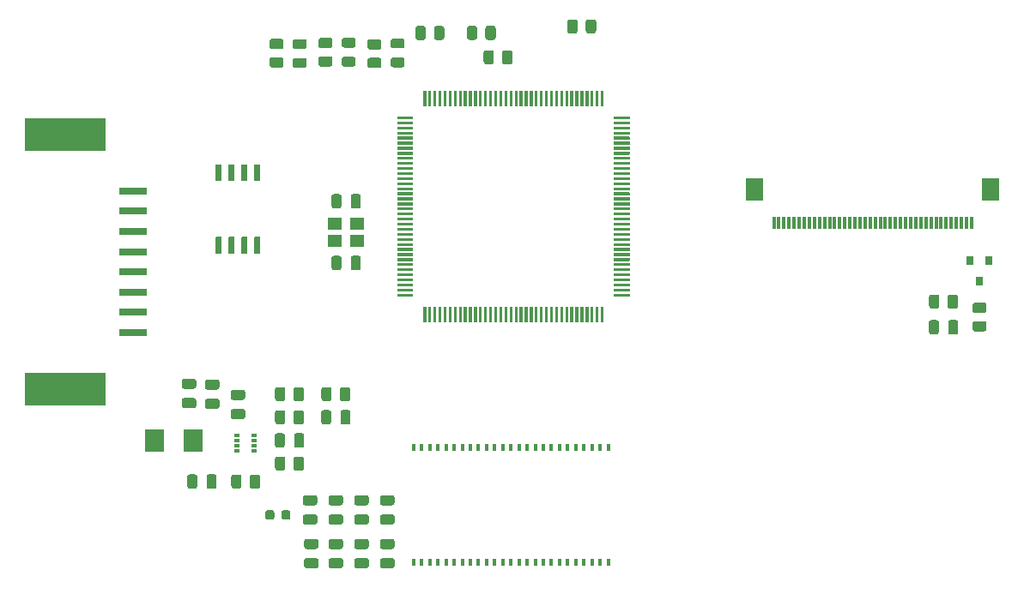
<source format=gtp>
G04 #@! TF.GenerationSoftware,KiCad,Pcbnew,(5.1.8)-1*
G04 #@! TF.CreationDate,2022-07-24T23:30:39+02:00*
G04 #@! TF.ProjectId,Dashboard,44617368-626f-4617-9264-2e6b69636164,rev?*
G04 #@! TF.SameCoordinates,Original*
G04 #@! TF.FileFunction,Paste,Top*
G04 #@! TF.FilePolarity,Positive*
%FSLAX46Y46*%
G04 Gerber Fmt 4.6, Leading zero omitted, Abs format (unit mm)*
G04 Created by KiCad (PCBNEW (5.1.8)-1) date 2022-07-24 23:30:39*
%MOMM*%
%LPD*%
G01*
G04 APERTURE LIST*
%ADD10R,0.320000X0.800000*%
%ADD11R,8.000000X3.320000*%
%ADD12R,2.750000X0.660000*%
%ADD13R,0.475000X0.300000*%
%ADD14R,1.854500X2.286000*%
%ADD15R,0.300000X1.300000*%
%ADD16R,1.800000X2.200000*%
%ADD17R,0.800000X0.900000*%
%ADD18R,1.400000X1.200000*%
G04 APERTURE END LIST*
D10*
X144220000Y-129124000D03*
X144220000Y-117764000D03*
X143420000Y-129124000D03*
X143420000Y-117764000D03*
X142620000Y-129124000D03*
X142620000Y-117764000D03*
X141820000Y-129124000D03*
X141820000Y-117764000D03*
X141020000Y-129124000D03*
X141020000Y-117764000D03*
X140220000Y-129124000D03*
X140220000Y-117764000D03*
X139420000Y-129124000D03*
X139420000Y-117764000D03*
X138620000Y-129124000D03*
X138620000Y-117764000D03*
X137820000Y-129124000D03*
X137820000Y-117764000D03*
X137020000Y-129124000D03*
X137020000Y-117764000D03*
X136220000Y-129124000D03*
X136220000Y-117764000D03*
X135420000Y-129124000D03*
X135420000Y-117764000D03*
X134620000Y-129124000D03*
X134620000Y-117764000D03*
X133820000Y-129124000D03*
X133820000Y-117764000D03*
X133020000Y-129124000D03*
X133020000Y-117764000D03*
X132220000Y-129124000D03*
X132220000Y-117764000D03*
X131420000Y-129124000D03*
X131420000Y-117764000D03*
X130620000Y-129124000D03*
X130620000Y-117764000D03*
X129820000Y-129124000D03*
X129820000Y-117764000D03*
X129020000Y-129124000D03*
X129020000Y-117764000D03*
X128220000Y-129124000D03*
X128220000Y-117764000D03*
X127420000Y-129124000D03*
X127420000Y-117764000D03*
X126620000Y-129124000D03*
X126620000Y-117764000D03*
X125820000Y-129124000D03*
X125820000Y-117764000D03*
X125020000Y-129124000D03*
X125020000Y-117764000D03*
G36*
G01*
X104681000Y-112972000D02*
X105631000Y-112972000D01*
G75*
G02*
X105881000Y-113222000I0J-250000D01*
G01*
X105881000Y-113722000D01*
G75*
G02*
X105631000Y-113972000I-250000J0D01*
G01*
X104681000Y-113972000D01*
G75*
G02*
X104431000Y-113722000I0J250000D01*
G01*
X104431000Y-113222000D01*
G75*
G02*
X104681000Y-112972000I250000J0D01*
G01*
G37*
G36*
G01*
X104681000Y-111072000D02*
X105631000Y-111072000D01*
G75*
G02*
X105881000Y-111322000I0J-250000D01*
G01*
X105881000Y-111822000D01*
G75*
G02*
X105631000Y-112072000I-250000J0D01*
G01*
X104681000Y-112072000D01*
G75*
G02*
X104431000Y-111822000I0J250000D01*
G01*
X104431000Y-111322000D01*
G75*
G02*
X104681000Y-111072000I250000J0D01*
G01*
G37*
D11*
X90631000Y-112041000D03*
X90631000Y-86841000D03*
D12*
X97351000Y-106441000D03*
X97351000Y-104441000D03*
X97351000Y-102441000D03*
X97351000Y-100441000D03*
X97351000Y-98441000D03*
X97351000Y-96441000D03*
X97351000Y-94441000D03*
X97351000Y-92441000D03*
G36*
G01*
X125984000Y-105428800D02*
X125984000Y-103891200D01*
G75*
G02*
X125995200Y-103880000I11200J0D01*
G01*
X126252800Y-103880000D01*
G75*
G02*
X126264000Y-103891200I0J-11200D01*
G01*
X126264000Y-105428800D01*
G75*
G02*
X126252800Y-105440000I-11200J0D01*
G01*
X125995200Y-105440000D01*
G75*
G02*
X125984000Y-105428800I0J11200D01*
G01*
G37*
G36*
G01*
X126484000Y-105428800D02*
X126484000Y-103891200D01*
G75*
G02*
X126495200Y-103880000I11200J0D01*
G01*
X126752800Y-103880000D01*
G75*
G02*
X126764000Y-103891200I0J-11200D01*
G01*
X126764000Y-105428800D01*
G75*
G02*
X126752800Y-105440000I-11200J0D01*
G01*
X126495200Y-105440000D01*
G75*
G02*
X126484000Y-105428800I0J11200D01*
G01*
G37*
G36*
G01*
X126984000Y-105428800D02*
X126984000Y-103891200D01*
G75*
G02*
X126995200Y-103880000I11200J0D01*
G01*
X127252800Y-103880000D01*
G75*
G02*
X127264000Y-103891200I0J-11200D01*
G01*
X127264000Y-105428800D01*
G75*
G02*
X127252800Y-105440000I-11200J0D01*
G01*
X126995200Y-105440000D01*
G75*
G02*
X126984000Y-105428800I0J11200D01*
G01*
G37*
G36*
G01*
X127484000Y-105428800D02*
X127484000Y-103891200D01*
G75*
G02*
X127495200Y-103880000I11200J0D01*
G01*
X127752800Y-103880000D01*
G75*
G02*
X127764000Y-103891200I0J-11200D01*
G01*
X127764000Y-105428800D01*
G75*
G02*
X127752800Y-105440000I-11200J0D01*
G01*
X127495200Y-105440000D01*
G75*
G02*
X127484000Y-105428800I0J11200D01*
G01*
G37*
G36*
G01*
X127984000Y-105428800D02*
X127984000Y-103891200D01*
G75*
G02*
X127995200Y-103880000I11200J0D01*
G01*
X128252800Y-103880000D01*
G75*
G02*
X128264000Y-103891200I0J-11200D01*
G01*
X128264000Y-105428800D01*
G75*
G02*
X128252800Y-105440000I-11200J0D01*
G01*
X127995200Y-105440000D01*
G75*
G02*
X127984000Y-105428800I0J11200D01*
G01*
G37*
G36*
G01*
X128484000Y-105428800D02*
X128484000Y-103891200D01*
G75*
G02*
X128495200Y-103880000I11200J0D01*
G01*
X128752800Y-103880000D01*
G75*
G02*
X128764000Y-103891200I0J-11200D01*
G01*
X128764000Y-105428800D01*
G75*
G02*
X128752800Y-105440000I-11200J0D01*
G01*
X128495200Y-105440000D01*
G75*
G02*
X128484000Y-105428800I0J11200D01*
G01*
G37*
G36*
G01*
X128984000Y-105428800D02*
X128984000Y-103891200D01*
G75*
G02*
X128995200Y-103880000I11200J0D01*
G01*
X129252800Y-103880000D01*
G75*
G02*
X129264000Y-103891200I0J-11200D01*
G01*
X129264000Y-105428800D01*
G75*
G02*
X129252800Y-105440000I-11200J0D01*
G01*
X128995200Y-105440000D01*
G75*
G02*
X128984000Y-105428800I0J11200D01*
G01*
G37*
G36*
G01*
X129484000Y-105428800D02*
X129484000Y-103891200D01*
G75*
G02*
X129495200Y-103880000I11200J0D01*
G01*
X129752800Y-103880000D01*
G75*
G02*
X129764000Y-103891200I0J-11200D01*
G01*
X129764000Y-105428800D01*
G75*
G02*
X129752800Y-105440000I-11200J0D01*
G01*
X129495200Y-105440000D01*
G75*
G02*
X129484000Y-105428800I0J11200D01*
G01*
G37*
G36*
G01*
X129984000Y-105428800D02*
X129984000Y-103891200D01*
G75*
G02*
X129995200Y-103880000I11200J0D01*
G01*
X130252800Y-103880000D01*
G75*
G02*
X130264000Y-103891200I0J-11200D01*
G01*
X130264000Y-105428800D01*
G75*
G02*
X130252800Y-105440000I-11200J0D01*
G01*
X129995200Y-105440000D01*
G75*
G02*
X129984000Y-105428800I0J11200D01*
G01*
G37*
G36*
G01*
X130484000Y-105428800D02*
X130484000Y-103891200D01*
G75*
G02*
X130495200Y-103880000I11200J0D01*
G01*
X130752800Y-103880000D01*
G75*
G02*
X130764000Y-103891200I0J-11200D01*
G01*
X130764000Y-105428800D01*
G75*
G02*
X130752800Y-105440000I-11200J0D01*
G01*
X130495200Y-105440000D01*
G75*
G02*
X130484000Y-105428800I0J11200D01*
G01*
G37*
G36*
G01*
X130984000Y-105428800D02*
X130984000Y-103891200D01*
G75*
G02*
X130995200Y-103880000I11200J0D01*
G01*
X131252800Y-103880000D01*
G75*
G02*
X131264000Y-103891200I0J-11200D01*
G01*
X131264000Y-105428800D01*
G75*
G02*
X131252800Y-105440000I-11200J0D01*
G01*
X130995200Y-105440000D01*
G75*
G02*
X130984000Y-105428800I0J11200D01*
G01*
G37*
G36*
G01*
X131484000Y-105428800D02*
X131484000Y-103891200D01*
G75*
G02*
X131495200Y-103880000I11200J0D01*
G01*
X131752800Y-103880000D01*
G75*
G02*
X131764000Y-103891200I0J-11200D01*
G01*
X131764000Y-105428800D01*
G75*
G02*
X131752800Y-105440000I-11200J0D01*
G01*
X131495200Y-105440000D01*
G75*
G02*
X131484000Y-105428800I0J11200D01*
G01*
G37*
G36*
G01*
X131984000Y-105428800D02*
X131984000Y-103891200D01*
G75*
G02*
X131995200Y-103880000I11200J0D01*
G01*
X132252800Y-103880000D01*
G75*
G02*
X132264000Y-103891200I0J-11200D01*
G01*
X132264000Y-105428800D01*
G75*
G02*
X132252800Y-105440000I-11200J0D01*
G01*
X131995200Y-105440000D01*
G75*
G02*
X131984000Y-105428800I0J11200D01*
G01*
G37*
G36*
G01*
X132484000Y-105428800D02*
X132484000Y-103891200D01*
G75*
G02*
X132495200Y-103880000I11200J0D01*
G01*
X132752800Y-103880000D01*
G75*
G02*
X132764000Y-103891200I0J-11200D01*
G01*
X132764000Y-105428800D01*
G75*
G02*
X132752800Y-105440000I-11200J0D01*
G01*
X132495200Y-105440000D01*
G75*
G02*
X132484000Y-105428800I0J11200D01*
G01*
G37*
G36*
G01*
X132984000Y-105428800D02*
X132984000Y-103891200D01*
G75*
G02*
X132995200Y-103880000I11200J0D01*
G01*
X133252800Y-103880000D01*
G75*
G02*
X133264000Y-103891200I0J-11200D01*
G01*
X133264000Y-105428800D01*
G75*
G02*
X133252800Y-105440000I-11200J0D01*
G01*
X132995200Y-105440000D01*
G75*
G02*
X132984000Y-105428800I0J11200D01*
G01*
G37*
G36*
G01*
X133484000Y-105428800D02*
X133484000Y-103891200D01*
G75*
G02*
X133495200Y-103880000I11200J0D01*
G01*
X133752800Y-103880000D01*
G75*
G02*
X133764000Y-103891200I0J-11200D01*
G01*
X133764000Y-105428800D01*
G75*
G02*
X133752800Y-105440000I-11200J0D01*
G01*
X133495200Y-105440000D01*
G75*
G02*
X133484000Y-105428800I0J11200D01*
G01*
G37*
G36*
G01*
X133984000Y-105428800D02*
X133984000Y-103891200D01*
G75*
G02*
X133995200Y-103880000I11200J0D01*
G01*
X134252800Y-103880000D01*
G75*
G02*
X134264000Y-103891200I0J-11200D01*
G01*
X134264000Y-105428800D01*
G75*
G02*
X134252800Y-105440000I-11200J0D01*
G01*
X133995200Y-105440000D01*
G75*
G02*
X133984000Y-105428800I0J11200D01*
G01*
G37*
G36*
G01*
X134484000Y-105428800D02*
X134484000Y-103891200D01*
G75*
G02*
X134495200Y-103880000I11200J0D01*
G01*
X134752800Y-103880000D01*
G75*
G02*
X134764000Y-103891200I0J-11200D01*
G01*
X134764000Y-105428800D01*
G75*
G02*
X134752800Y-105440000I-11200J0D01*
G01*
X134495200Y-105440000D01*
G75*
G02*
X134484000Y-105428800I0J11200D01*
G01*
G37*
G36*
G01*
X134984000Y-105428800D02*
X134984000Y-103891200D01*
G75*
G02*
X134995200Y-103880000I11200J0D01*
G01*
X135252800Y-103880000D01*
G75*
G02*
X135264000Y-103891200I0J-11200D01*
G01*
X135264000Y-105428800D01*
G75*
G02*
X135252800Y-105440000I-11200J0D01*
G01*
X134995200Y-105440000D01*
G75*
G02*
X134984000Y-105428800I0J11200D01*
G01*
G37*
G36*
G01*
X135484000Y-105428800D02*
X135484000Y-103891200D01*
G75*
G02*
X135495200Y-103880000I11200J0D01*
G01*
X135752800Y-103880000D01*
G75*
G02*
X135764000Y-103891200I0J-11200D01*
G01*
X135764000Y-105428800D01*
G75*
G02*
X135752800Y-105440000I-11200J0D01*
G01*
X135495200Y-105440000D01*
G75*
G02*
X135484000Y-105428800I0J11200D01*
G01*
G37*
G36*
G01*
X135984000Y-105428800D02*
X135984000Y-103891200D01*
G75*
G02*
X135995200Y-103880000I11200J0D01*
G01*
X136252800Y-103880000D01*
G75*
G02*
X136264000Y-103891200I0J-11200D01*
G01*
X136264000Y-105428800D01*
G75*
G02*
X136252800Y-105440000I-11200J0D01*
G01*
X135995200Y-105440000D01*
G75*
G02*
X135984000Y-105428800I0J11200D01*
G01*
G37*
G36*
G01*
X136484000Y-105428800D02*
X136484000Y-103891200D01*
G75*
G02*
X136495200Y-103880000I11200J0D01*
G01*
X136752800Y-103880000D01*
G75*
G02*
X136764000Y-103891200I0J-11200D01*
G01*
X136764000Y-105428800D01*
G75*
G02*
X136752800Y-105440000I-11200J0D01*
G01*
X136495200Y-105440000D01*
G75*
G02*
X136484000Y-105428800I0J11200D01*
G01*
G37*
G36*
G01*
X136984000Y-105428800D02*
X136984000Y-103891200D01*
G75*
G02*
X136995200Y-103880000I11200J0D01*
G01*
X137252800Y-103880000D01*
G75*
G02*
X137264000Y-103891200I0J-11200D01*
G01*
X137264000Y-105428800D01*
G75*
G02*
X137252800Y-105440000I-11200J0D01*
G01*
X136995200Y-105440000D01*
G75*
G02*
X136984000Y-105428800I0J11200D01*
G01*
G37*
G36*
G01*
X137484000Y-105428800D02*
X137484000Y-103891200D01*
G75*
G02*
X137495200Y-103880000I11200J0D01*
G01*
X137752800Y-103880000D01*
G75*
G02*
X137764000Y-103891200I0J-11200D01*
G01*
X137764000Y-105428800D01*
G75*
G02*
X137752800Y-105440000I-11200J0D01*
G01*
X137495200Y-105440000D01*
G75*
G02*
X137484000Y-105428800I0J11200D01*
G01*
G37*
G36*
G01*
X137984000Y-105428800D02*
X137984000Y-103891200D01*
G75*
G02*
X137995200Y-103880000I11200J0D01*
G01*
X138252800Y-103880000D01*
G75*
G02*
X138264000Y-103891200I0J-11200D01*
G01*
X138264000Y-105428800D01*
G75*
G02*
X138252800Y-105440000I-11200J0D01*
G01*
X137995200Y-105440000D01*
G75*
G02*
X137984000Y-105428800I0J11200D01*
G01*
G37*
G36*
G01*
X138484000Y-105428800D02*
X138484000Y-103891200D01*
G75*
G02*
X138495200Y-103880000I11200J0D01*
G01*
X138752800Y-103880000D01*
G75*
G02*
X138764000Y-103891200I0J-11200D01*
G01*
X138764000Y-105428800D01*
G75*
G02*
X138752800Y-105440000I-11200J0D01*
G01*
X138495200Y-105440000D01*
G75*
G02*
X138484000Y-105428800I0J11200D01*
G01*
G37*
G36*
G01*
X138984000Y-105428800D02*
X138984000Y-103891200D01*
G75*
G02*
X138995200Y-103880000I11200J0D01*
G01*
X139252800Y-103880000D01*
G75*
G02*
X139264000Y-103891200I0J-11200D01*
G01*
X139264000Y-105428800D01*
G75*
G02*
X139252800Y-105440000I-11200J0D01*
G01*
X138995200Y-105440000D01*
G75*
G02*
X138984000Y-105428800I0J11200D01*
G01*
G37*
G36*
G01*
X139484000Y-105428800D02*
X139484000Y-103891200D01*
G75*
G02*
X139495200Y-103880000I11200J0D01*
G01*
X139752800Y-103880000D01*
G75*
G02*
X139764000Y-103891200I0J-11200D01*
G01*
X139764000Y-105428800D01*
G75*
G02*
X139752800Y-105440000I-11200J0D01*
G01*
X139495200Y-105440000D01*
G75*
G02*
X139484000Y-105428800I0J11200D01*
G01*
G37*
G36*
G01*
X139984000Y-105428800D02*
X139984000Y-103891200D01*
G75*
G02*
X139995200Y-103880000I11200J0D01*
G01*
X140252800Y-103880000D01*
G75*
G02*
X140264000Y-103891200I0J-11200D01*
G01*
X140264000Y-105428800D01*
G75*
G02*
X140252800Y-105440000I-11200J0D01*
G01*
X139995200Y-105440000D01*
G75*
G02*
X139984000Y-105428800I0J11200D01*
G01*
G37*
G36*
G01*
X140484000Y-105428800D02*
X140484000Y-103891200D01*
G75*
G02*
X140495200Y-103880000I11200J0D01*
G01*
X140752800Y-103880000D01*
G75*
G02*
X140764000Y-103891200I0J-11200D01*
G01*
X140764000Y-105428800D01*
G75*
G02*
X140752800Y-105440000I-11200J0D01*
G01*
X140495200Y-105440000D01*
G75*
G02*
X140484000Y-105428800I0J11200D01*
G01*
G37*
G36*
G01*
X140984000Y-105428800D02*
X140984000Y-103891200D01*
G75*
G02*
X140995200Y-103880000I11200J0D01*
G01*
X141252800Y-103880000D01*
G75*
G02*
X141264000Y-103891200I0J-11200D01*
G01*
X141264000Y-105428800D01*
G75*
G02*
X141252800Y-105440000I-11200J0D01*
G01*
X140995200Y-105440000D01*
G75*
G02*
X140984000Y-105428800I0J11200D01*
G01*
G37*
G36*
G01*
X141484000Y-105428800D02*
X141484000Y-103891200D01*
G75*
G02*
X141495200Y-103880000I11200J0D01*
G01*
X141752800Y-103880000D01*
G75*
G02*
X141764000Y-103891200I0J-11200D01*
G01*
X141764000Y-105428800D01*
G75*
G02*
X141752800Y-105440000I-11200J0D01*
G01*
X141495200Y-105440000D01*
G75*
G02*
X141484000Y-105428800I0J11200D01*
G01*
G37*
G36*
G01*
X141984000Y-105428800D02*
X141984000Y-103891200D01*
G75*
G02*
X141995200Y-103880000I11200J0D01*
G01*
X142252800Y-103880000D01*
G75*
G02*
X142264000Y-103891200I0J-11200D01*
G01*
X142264000Y-105428800D01*
G75*
G02*
X142252800Y-105440000I-11200J0D01*
G01*
X141995200Y-105440000D01*
G75*
G02*
X141984000Y-105428800I0J11200D01*
G01*
G37*
G36*
G01*
X142484000Y-105428800D02*
X142484000Y-103891200D01*
G75*
G02*
X142495200Y-103880000I11200J0D01*
G01*
X142752800Y-103880000D01*
G75*
G02*
X142764000Y-103891200I0J-11200D01*
G01*
X142764000Y-105428800D01*
G75*
G02*
X142752800Y-105440000I-11200J0D01*
G01*
X142495200Y-105440000D01*
G75*
G02*
X142484000Y-105428800I0J11200D01*
G01*
G37*
G36*
G01*
X142984000Y-105428800D02*
X142984000Y-103891200D01*
G75*
G02*
X142995200Y-103880000I11200J0D01*
G01*
X143252800Y-103880000D01*
G75*
G02*
X143264000Y-103891200I0J-11200D01*
G01*
X143264000Y-105428800D01*
G75*
G02*
X143252800Y-105440000I-11200J0D01*
G01*
X142995200Y-105440000D01*
G75*
G02*
X142984000Y-105428800I0J11200D01*
G01*
G37*
G36*
G01*
X143484000Y-105428800D02*
X143484000Y-103891200D01*
G75*
G02*
X143495200Y-103880000I11200J0D01*
G01*
X143752800Y-103880000D01*
G75*
G02*
X143764000Y-103891200I0J-11200D01*
G01*
X143764000Y-105428800D01*
G75*
G02*
X143752800Y-105440000I-11200J0D01*
G01*
X143495200Y-105440000D01*
G75*
G02*
X143484000Y-105428800I0J11200D01*
G01*
G37*
G36*
G01*
X143484000Y-84068800D02*
X143484000Y-82531200D01*
G75*
G02*
X143495200Y-82520000I11200J0D01*
G01*
X143752800Y-82520000D01*
G75*
G02*
X143764000Y-82531200I0J-11200D01*
G01*
X143764000Y-84068800D01*
G75*
G02*
X143752800Y-84080000I-11200J0D01*
G01*
X143495200Y-84080000D01*
G75*
G02*
X143484000Y-84068800I0J11200D01*
G01*
G37*
G36*
G01*
X142984000Y-84068800D02*
X142984000Y-82531200D01*
G75*
G02*
X142995200Y-82520000I11200J0D01*
G01*
X143252800Y-82520000D01*
G75*
G02*
X143264000Y-82531200I0J-11200D01*
G01*
X143264000Y-84068800D01*
G75*
G02*
X143252800Y-84080000I-11200J0D01*
G01*
X142995200Y-84080000D01*
G75*
G02*
X142984000Y-84068800I0J11200D01*
G01*
G37*
G36*
G01*
X142484000Y-84068800D02*
X142484000Y-82531200D01*
G75*
G02*
X142495200Y-82520000I11200J0D01*
G01*
X142752800Y-82520000D01*
G75*
G02*
X142764000Y-82531200I0J-11200D01*
G01*
X142764000Y-84068800D01*
G75*
G02*
X142752800Y-84080000I-11200J0D01*
G01*
X142495200Y-84080000D01*
G75*
G02*
X142484000Y-84068800I0J11200D01*
G01*
G37*
G36*
G01*
X141984000Y-84068800D02*
X141984000Y-82531200D01*
G75*
G02*
X141995200Y-82520000I11200J0D01*
G01*
X142252800Y-82520000D01*
G75*
G02*
X142264000Y-82531200I0J-11200D01*
G01*
X142264000Y-84068800D01*
G75*
G02*
X142252800Y-84080000I-11200J0D01*
G01*
X141995200Y-84080000D01*
G75*
G02*
X141984000Y-84068800I0J11200D01*
G01*
G37*
G36*
G01*
X141484000Y-84068800D02*
X141484000Y-82531200D01*
G75*
G02*
X141495200Y-82520000I11200J0D01*
G01*
X141752800Y-82520000D01*
G75*
G02*
X141764000Y-82531200I0J-11200D01*
G01*
X141764000Y-84068800D01*
G75*
G02*
X141752800Y-84080000I-11200J0D01*
G01*
X141495200Y-84080000D01*
G75*
G02*
X141484000Y-84068800I0J11200D01*
G01*
G37*
G36*
G01*
X140984000Y-84068800D02*
X140984000Y-82531200D01*
G75*
G02*
X140995200Y-82520000I11200J0D01*
G01*
X141252800Y-82520000D01*
G75*
G02*
X141264000Y-82531200I0J-11200D01*
G01*
X141264000Y-84068800D01*
G75*
G02*
X141252800Y-84080000I-11200J0D01*
G01*
X140995200Y-84080000D01*
G75*
G02*
X140984000Y-84068800I0J11200D01*
G01*
G37*
G36*
G01*
X140484000Y-84068800D02*
X140484000Y-82531200D01*
G75*
G02*
X140495200Y-82520000I11200J0D01*
G01*
X140752800Y-82520000D01*
G75*
G02*
X140764000Y-82531200I0J-11200D01*
G01*
X140764000Y-84068800D01*
G75*
G02*
X140752800Y-84080000I-11200J0D01*
G01*
X140495200Y-84080000D01*
G75*
G02*
X140484000Y-84068800I0J11200D01*
G01*
G37*
G36*
G01*
X139984000Y-84068800D02*
X139984000Y-82531200D01*
G75*
G02*
X139995200Y-82520000I11200J0D01*
G01*
X140252800Y-82520000D01*
G75*
G02*
X140264000Y-82531200I0J-11200D01*
G01*
X140264000Y-84068800D01*
G75*
G02*
X140252800Y-84080000I-11200J0D01*
G01*
X139995200Y-84080000D01*
G75*
G02*
X139984000Y-84068800I0J11200D01*
G01*
G37*
G36*
G01*
X139484000Y-84068800D02*
X139484000Y-82531200D01*
G75*
G02*
X139495200Y-82520000I11200J0D01*
G01*
X139752800Y-82520000D01*
G75*
G02*
X139764000Y-82531200I0J-11200D01*
G01*
X139764000Y-84068800D01*
G75*
G02*
X139752800Y-84080000I-11200J0D01*
G01*
X139495200Y-84080000D01*
G75*
G02*
X139484000Y-84068800I0J11200D01*
G01*
G37*
G36*
G01*
X138984000Y-84068800D02*
X138984000Y-82531200D01*
G75*
G02*
X138995200Y-82520000I11200J0D01*
G01*
X139252800Y-82520000D01*
G75*
G02*
X139264000Y-82531200I0J-11200D01*
G01*
X139264000Y-84068800D01*
G75*
G02*
X139252800Y-84080000I-11200J0D01*
G01*
X138995200Y-84080000D01*
G75*
G02*
X138984000Y-84068800I0J11200D01*
G01*
G37*
G36*
G01*
X138484000Y-84068800D02*
X138484000Y-82531200D01*
G75*
G02*
X138495200Y-82520000I11200J0D01*
G01*
X138752800Y-82520000D01*
G75*
G02*
X138764000Y-82531200I0J-11200D01*
G01*
X138764000Y-84068800D01*
G75*
G02*
X138752800Y-84080000I-11200J0D01*
G01*
X138495200Y-84080000D01*
G75*
G02*
X138484000Y-84068800I0J11200D01*
G01*
G37*
G36*
G01*
X137984000Y-84068800D02*
X137984000Y-82531200D01*
G75*
G02*
X137995200Y-82520000I11200J0D01*
G01*
X138252800Y-82520000D01*
G75*
G02*
X138264000Y-82531200I0J-11200D01*
G01*
X138264000Y-84068800D01*
G75*
G02*
X138252800Y-84080000I-11200J0D01*
G01*
X137995200Y-84080000D01*
G75*
G02*
X137984000Y-84068800I0J11200D01*
G01*
G37*
G36*
G01*
X137484000Y-84068800D02*
X137484000Y-82531200D01*
G75*
G02*
X137495200Y-82520000I11200J0D01*
G01*
X137752800Y-82520000D01*
G75*
G02*
X137764000Y-82531200I0J-11200D01*
G01*
X137764000Y-84068800D01*
G75*
G02*
X137752800Y-84080000I-11200J0D01*
G01*
X137495200Y-84080000D01*
G75*
G02*
X137484000Y-84068800I0J11200D01*
G01*
G37*
G36*
G01*
X136984000Y-84068800D02*
X136984000Y-82531200D01*
G75*
G02*
X136995200Y-82520000I11200J0D01*
G01*
X137252800Y-82520000D01*
G75*
G02*
X137264000Y-82531200I0J-11200D01*
G01*
X137264000Y-84068800D01*
G75*
G02*
X137252800Y-84080000I-11200J0D01*
G01*
X136995200Y-84080000D01*
G75*
G02*
X136984000Y-84068800I0J11200D01*
G01*
G37*
G36*
G01*
X136484000Y-84068800D02*
X136484000Y-82531200D01*
G75*
G02*
X136495200Y-82520000I11200J0D01*
G01*
X136752800Y-82520000D01*
G75*
G02*
X136764000Y-82531200I0J-11200D01*
G01*
X136764000Y-84068800D01*
G75*
G02*
X136752800Y-84080000I-11200J0D01*
G01*
X136495200Y-84080000D01*
G75*
G02*
X136484000Y-84068800I0J11200D01*
G01*
G37*
G36*
G01*
X135984000Y-84068800D02*
X135984000Y-82531200D01*
G75*
G02*
X135995200Y-82520000I11200J0D01*
G01*
X136252800Y-82520000D01*
G75*
G02*
X136264000Y-82531200I0J-11200D01*
G01*
X136264000Y-84068800D01*
G75*
G02*
X136252800Y-84080000I-11200J0D01*
G01*
X135995200Y-84080000D01*
G75*
G02*
X135984000Y-84068800I0J11200D01*
G01*
G37*
G36*
G01*
X135484000Y-84068800D02*
X135484000Y-82531200D01*
G75*
G02*
X135495200Y-82520000I11200J0D01*
G01*
X135752800Y-82520000D01*
G75*
G02*
X135764000Y-82531200I0J-11200D01*
G01*
X135764000Y-84068800D01*
G75*
G02*
X135752800Y-84080000I-11200J0D01*
G01*
X135495200Y-84080000D01*
G75*
G02*
X135484000Y-84068800I0J11200D01*
G01*
G37*
G36*
G01*
X134984000Y-84068800D02*
X134984000Y-82531200D01*
G75*
G02*
X134995200Y-82520000I11200J0D01*
G01*
X135252800Y-82520000D01*
G75*
G02*
X135264000Y-82531200I0J-11200D01*
G01*
X135264000Y-84068800D01*
G75*
G02*
X135252800Y-84080000I-11200J0D01*
G01*
X134995200Y-84080000D01*
G75*
G02*
X134984000Y-84068800I0J11200D01*
G01*
G37*
G36*
G01*
X134484000Y-84068800D02*
X134484000Y-82531200D01*
G75*
G02*
X134495200Y-82520000I11200J0D01*
G01*
X134752800Y-82520000D01*
G75*
G02*
X134764000Y-82531200I0J-11200D01*
G01*
X134764000Y-84068800D01*
G75*
G02*
X134752800Y-84080000I-11200J0D01*
G01*
X134495200Y-84080000D01*
G75*
G02*
X134484000Y-84068800I0J11200D01*
G01*
G37*
G36*
G01*
X133984000Y-84068800D02*
X133984000Y-82531200D01*
G75*
G02*
X133995200Y-82520000I11200J0D01*
G01*
X134252800Y-82520000D01*
G75*
G02*
X134264000Y-82531200I0J-11200D01*
G01*
X134264000Y-84068800D01*
G75*
G02*
X134252800Y-84080000I-11200J0D01*
G01*
X133995200Y-84080000D01*
G75*
G02*
X133984000Y-84068800I0J11200D01*
G01*
G37*
G36*
G01*
X133484000Y-84068800D02*
X133484000Y-82531200D01*
G75*
G02*
X133495200Y-82520000I11200J0D01*
G01*
X133752800Y-82520000D01*
G75*
G02*
X133764000Y-82531200I0J-11200D01*
G01*
X133764000Y-84068800D01*
G75*
G02*
X133752800Y-84080000I-11200J0D01*
G01*
X133495200Y-84080000D01*
G75*
G02*
X133484000Y-84068800I0J11200D01*
G01*
G37*
G36*
G01*
X132984000Y-84068800D02*
X132984000Y-82531200D01*
G75*
G02*
X132995200Y-82520000I11200J0D01*
G01*
X133252800Y-82520000D01*
G75*
G02*
X133264000Y-82531200I0J-11200D01*
G01*
X133264000Y-84068800D01*
G75*
G02*
X133252800Y-84080000I-11200J0D01*
G01*
X132995200Y-84080000D01*
G75*
G02*
X132984000Y-84068800I0J11200D01*
G01*
G37*
G36*
G01*
X132484000Y-84068800D02*
X132484000Y-82531200D01*
G75*
G02*
X132495200Y-82520000I11200J0D01*
G01*
X132752800Y-82520000D01*
G75*
G02*
X132764000Y-82531200I0J-11200D01*
G01*
X132764000Y-84068800D01*
G75*
G02*
X132752800Y-84080000I-11200J0D01*
G01*
X132495200Y-84080000D01*
G75*
G02*
X132484000Y-84068800I0J11200D01*
G01*
G37*
G36*
G01*
X131984000Y-84068800D02*
X131984000Y-82531200D01*
G75*
G02*
X131995200Y-82520000I11200J0D01*
G01*
X132252800Y-82520000D01*
G75*
G02*
X132264000Y-82531200I0J-11200D01*
G01*
X132264000Y-84068800D01*
G75*
G02*
X132252800Y-84080000I-11200J0D01*
G01*
X131995200Y-84080000D01*
G75*
G02*
X131984000Y-84068800I0J11200D01*
G01*
G37*
G36*
G01*
X131484000Y-84068800D02*
X131484000Y-82531200D01*
G75*
G02*
X131495200Y-82520000I11200J0D01*
G01*
X131752800Y-82520000D01*
G75*
G02*
X131764000Y-82531200I0J-11200D01*
G01*
X131764000Y-84068800D01*
G75*
G02*
X131752800Y-84080000I-11200J0D01*
G01*
X131495200Y-84080000D01*
G75*
G02*
X131484000Y-84068800I0J11200D01*
G01*
G37*
G36*
G01*
X130984000Y-84068800D02*
X130984000Y-82531200D01*
G75*
G02*
X130995200Y-82520000I11200J0D01*
G01*
X131252800Y-82520000D01*
G75*
G02*
X131264000Y-82531200I0J-11200D01*
G01*
X131264000Y-84068800D01*
G75*
G02*
X131252800Y-84080000I-11200J0D01*
G01*
X130995200Y-84080000D01*
G75*
G02*
X130984000Y-84068800I0J11200D01*
G01*
G37*
G36*
G01*
X130484000Y-84068800D02*
X130484000Y-82531200D01*
G75*
G02*
X130495200Y-82520000I11200J0D01*
G01*
X130752800Y-82520000D01*
G75*
G02*
X130764000Y-82531200I0J-11200D01*
G01*
X130764000Y-84068800D01*
G75*
G02*
X130752800Y-84080000I-11200J0D01*
G01*
X130495200Y-84080000D01*
G75*
G02*
X130484000Y-84068800I0J11200D01*
G01*
G37*
G36*
G01*
X129984000Y-84068800D02*
X129984000Y-82531200D01*
G75*
G02*
X129995200Y-82520000I11200J0D01*
G01*
X130252800Y-82520000D01*
G75*
G02*
X130264000Y-82531200I0J-11200D01*
G01*
X130264000Y-84068800D01*
G75*
G02*
X130252800Y-84080000I-11200J0D01*
G01*
X129995200Y-84080000D01*
G75*
G02*
X129984000Y-84068800I0J11200D01*
G01*
G37*
G36*
G01*
X129484000Y-84068800D02*
X129484000Y-82531200D01*
G75*
G02*
X129495200Y-82520000I11200J0D01*
G01*
X129752800Y-82520000D01*
G75*
G02*
X129764000Y-82531200I0J-11200D01*
G01*
X129764000Y-84068800D01*
G75*
G02*
X129752800Y-84080000I-11200J0D01*
G01*
X129495200Y-84080000D01*
G75*
G02*
X129484000Y-84068800I0J11200D01*
G01*
G37*
G36*
G01*
X128984000Y-84068800D02*
X128984000Y-82531200D01*
G75*
G02*
X128995200Y-82520000I11200J0D01*
G01*
X129252800Y-82520000D01*
G75*
G02*
X129264000Y-82531200I0J-11200D01*
G01*
X129264000Y-84068800D01*
G75*
G02*
X129252800Y-84080000I-11200J0D01*
G01*
X128995200Y-84080000D01*
G75*
G02*
X128984000Y-84068800I0J11200D01*
G01*
G37*
G36*
G01*
X128484000Y-84068800D02*
X128484000Y-82531200D01*
G75*
G02*
X128495200Y-82520000I11200J0D01*
G01*
X128752800Y-82520000D01*
G75*
G02*
X128764000Y-82531200I0J-11200D01*
G01*
X128764000Y-84068800D01*
G75*
G02*
X128752800Y-84080000I-11200J0D01*
G01*
X128495200Y-84080000D01*
G75*
G02*
X128484000Y-84068800I0J11200D01*
G01*
G37*
G36*
G01*
X127984000Y-84068800D02*
X127984000Y-82531200D01*
G75*
G02*
X127995200Y-82520000I11200J0D01*
G01*
X128252800Y-82520000D01*
G75*
G02*
X128264000Y-82531200I0J-11200D01*
G01*
X128264000Y-84068800D01*
G75*
G02*
X128252800Y-84080000I-11200J0D01*
G01*
X127995200Y-84080000D01*
G75*
G02*
X127984000Y-84068800I0J11200D01*
G01*
G37*
G36*
G01*
X127484000Y-84068800D02*
X127484000Y-82531200D01*
G75*
G02*
X127495200Y-82520000I11200J0D01*
G01*
X127752800Y-82520000D01*
G75*
G02*
X127764000Y-82531200I0J-11200D01*
G01*
X127764000Y-84068800D01*
G75*
G02*
X127752800Y-84080000I-11200J0D01*
G01*
X127495200Y-84080000D01*
G75*
G02*
X127484000Y-84068800I0J11200D01*
G01*
G37*
G36*
G01*
X126984000Y-84068800D02*
X126984000Y-82531200D01*
G75*
G02*
X126995200Y-82520000I11200J0D01*
G01*
X127252800Y-82520000D01*
G75*
G02*
X127264000Y-82531200I0J-11200D01*
G01*
X127264000Y-84068800D01*
G75*
G02*
X127252800Y-84080000I-11200J0D01*
G01*
X126995200Y-84080000D01*
G75*
G02*
X126984000Y-84068800I0J11200D01*
G01*
G37*
G36*
G01*
X126484000Y-84068800D02*
X126484000Y-82531200D01*
G75*
G02*
X126495200Y-82520000I11200J0D01*
G01*
X126752800Y-82520000D01*
G75*
G02*
X126764000Y-82531200I0J-11200D01*
G01*
X126764000Y-84068800D01*
G75*
G02*
X126752800Y-84080000I-11200J0D01*
G01*
X126495200Y-84080000D01*
G75*
G02*
X126484000Y-84068800I0J11200D01*
G01*
G37*
G36*
G01*
X125984000Y-84068800D02*
X125984000Y-82531200D01*
G75*
G02*
X125995200Y-82520000I11200J0D01*
G01*
X126252800Y-82520000D01*
G75*
G02*
X126264000Y-82531200I0J-11200D01*
G01*
X126264000Y-84068800D01*
G75*
G02*
X126252800Y-84080000I-11200J0D01*
G01*
X125995200Y-84080000D01*
G75*
G02*
X125984000Y-84068800I0J11200D01*
G01*
G37*
G36*
G01*
X123414000Y-85358800D02*
X123414000Y-85101200D01*
G75*
G02*
X123425200Y-85090000I11200J0D01*
G01*
X124962800Y-85090000D01*
G75*
G02*
X124974000Y-85101200I0J-11200D01*
G01*
X124974000Y-85358800D01*
G75*
G02*
X124962800Y-85370000I-11200J0D01*
G01*
X123425200Y-85370000D01*
G75*
G02*
X123414000Y-85358800I0J11200D01*
G01*
G37*
G36*
G01*
X123414000Y-85858800D02*
X123414000Y-85601200D01*
G75*
G02*
X123425200Y-85590000I11200J0D01*
G01*
X124962800Y-85590000D01*
G75*
G02*
X124974000Y-85601200I0J-11200D01*
G01*
X124974000Y-85858800D01*
G75*
G02*
X124962800Y-85870000I-11200J0D01*
G01*
X123425200Y-85870000D01*
G75*
G02*
X123414000Y-85858800I0J11200D01*
G01*
G37*
G36*
G01*
X123414000Y-86358800D02*
X123414000Y-86101200D01*
G75*
G02*
X123425200Y-86090000I11200J0D01*
G01*
X124962800Y-86090000D01*
G75*
G02*
X124974000Y-86101200I0J-11200D01*
G01*
X124974000Y-86358800D01*
G75*
G02*
X124962800Y-86370000I-11200J0D01*
G01*
X123425200Y-86370000D01*
G75*
G02*
X123414000Y-86358800I0J11200D01*
G01*
G37*
G36*
G01*
X123414000Y-86858800D02*
X123414000Y-86601200D01*
G75*
G02*
X123425200Y-86590000I11200J0D01*
G01*
X124962800Y-86590000D01*
G75*
G02*
X124974000Y-86601200I0J-11200D01*
G01*
X124974000Y-86858800D01*
G75*
G02*
X124962800Y-86870000I-11200J0D01*
G01*
X123425200Y-86870000D01*
G75*
G02*
X123414000Y-86858800I0J11200D01*
G01*
G37*
G36*
G01*
X123414000Y-87358800D02*
X123414000Y-87101200D01*
G75*
G02*
X123425200Y-87090000I11200J0D01*
G01*
X124962800Y-87090000D01*
G75*
G02*
X124974000Y-87101200I0J-11200D01*
G01*
X124974000Y-87358800D01*
G75*
G02*
X124962800Y-87370000I-11200J0D01*
G01*
X123425200Y-87370000D01*
G75*
G02*
X123414000Y-87358800I0J11200D01*
G01*
G37*
G36*
G01*
X123414000Y-87858800D02*
X123414000Y-87601200D01*
G75*
G02*
X123425200Y-87590000I11200J0D01*
G01*
X124962800Y-87590000D01*
G75*
G02*
X124974000Y-87601200I0J-11200D01*
G01*
X124974000Y-87858800D01*
G75*
G02*
X124962800Y-87870000I-11200J0D01*
G01*
X123425200Y-87870000D01*
G75*
G02*
X123414000Y-87858800I0J11200D01*
G01*
G37*
G36*
G01*
X123414000Y-88358800D02*
X123414000Y-88101200D01*
G75*
G02*
X123425200Y-88090000I11200J0D01*
G01*
X124962800Y-88090000D01*
G75*
G02*
X124974000Y-88101200I0J-11200D01*
G01*
X124974000Y-88358800D01*
G75*
G02*
X124962800Y-88370000I-11200J0D01*
G01*
X123425200Y-88370000D01*
G75*
G02*
X123414000Y-88358800I0J11200D01*
G01*
G37*
G36*
G01*
X123414000Y-88858800D02*
X123414000Y-88601200D01*
G75*
G02*
X123425200Y-88590000I11200J0D01*
G01*
X124962800Y-88590000D01*
G75*
G02*
X124974000Y-88601200I0J-11200D01*
G01*
X124974000Y-88858800D01*
G75*
G02*
X124962800Y-88870000I-11200J0D01*
G01*
X123425200Y-88870000D01*
G75*
G02*
X123414000Y-88858800I0J11200D01*
G01*
G37*
G36*
G01*
X123414000Y-89358800D02*
X123414000Y-89101200D01*
G75*
G02*
X123425200Y-89090000I11200J0D01*
G01*
X124962800Y-89090000D01*
G75*
G02*
X124974000Y-89101200I0J-11200D01*
G01*
X124974000Y-89358800D01*
G75*
G02*
X124962800Y-89370000I-11200J0D01*
G01*
X123425200Y-89370000D01*
G75*
G02*
X123414000Y-89358800I0J11200D01*
G01*
G37*
G36*
G01*
X123414000Y-89858800D02*
X123414000Y-89601200D01*
G75*
G02*
X123425200Y-89590000I11200J0D01*
G01*
X124962800Y-89590000D01*
G75*
G02*
X124974000Y-89601200I0J-11200D01*
G01*
X124974000Y-89858800D01*
G75*
G02*
X124962800Y-89870000I-11200J0D01*
G01*
X123425200Y-89870000D01*
G75*
G02*
X123414000Y-89858800I0J11200D01*
G01*
G37*
G36*
G01*
X123414000Y-90358800D02*
X123414000Y-90101200D01*
G75*
G02*
X123425200Y-90090000I11200J0D01*
G01*
X124962800Y-90090000D01*
G75*
G02*
X124974000Y-90101200I0J-11200D01*
G01*
X124974000Y-90358800D01*
G75*
G02*
X124962800Y-90370000I-11200J0D01*
G01*
X123425200Y-90370000D01*
G75*
G02*
X123414000Y-90358800I0J11200D01*
G01*
G37*
G36*
G01*
X123414000Y-90858800D02*
X123414000Y-90601200D01*
G75*
G02*
X123425200Y-90590000I11200J0D01*
G01*
X124962800Y-90590000D01*
G75*
G02*
X124974000Y-90601200I0J-11200D01*
G01*
X124974000Y-90858800D01*
G75*
G02*
X124962800Y-90870000I-11200J0D01*
G01*
X123425200Y-90870000D01*
G75*
G02*
X123414000Y-90858800I0J11200D01*
G01*
G37*
G36*
G01*
X123414000Y-91358800D02*
X123414000Y-91101200D01*
G75*
G02*
X123425200Y-91090000I11200J0D01*
G01*
X124962800Y-91090000D01*
G75*
G02*
X124974000Y-91101200I0J-11200D01*
G01*
X124974000Y-91358800D01*
G75*
G02*
X124962800Y-91370000I-11200J0D01*
G01*
X123425200Y-91370000D01*
G75*
G02*
X123414000Y-91358800I0J11200D01*
G01*
G37*
G36*
G01*
X123414000Y-91858800D02*
X123414000Y-91601200D01*
G75*
G02*
X123425200Y-91590000I11200J0D01*
G01*
X124962800Y-91590000D01*
G75*
G02*
X124974000Y-91601200I0J-11200D01*
G01*
X124974000Y-91858800D01*
G75*
G02*
X124962800Y-91870000I-11200J0D01*
G01*
X123425200Y-91870000D01*
G75*
G02*
X123414000Y-91858800I0J11200D01*
G01*
G37*
G36*
G01*
X123414000Y-92358800D02*
X123414000Y-92101200D01*
G75*
G02*
X123425200Y-92090000I11200J0D01*
G01*
X124962800Y-92090000D01*
G75*
G02*
X124974000Y-92101200I0J-11200D01*
G01*
X124974000Y-92358800D01*
G75*
G02*
X124962800Y-92370000I-11200J0D01*
G01*
X123425200Y-92370000D01*
G75*
G02*
X123414000Y-92358800I0J11200D01*
G01*
G37*
G36*
G01*
X123414000Y-92858800D02*
X123414000Y-92601200D01*
G75*
G02*
X123425200Y-92590000I11200J0D01*
G01*
X124962800Y-92590000D01*
G75*
G02*
X124974000Y-92601200I0J-11200D01*
G01*
X124974000Y-92858800D01*
G75*
G02*
X124962800Y-92870000I-11200J0D01*
G01*
X123425200Y-92870000D01*
G75*
G02*
X123414000Y-92858800I0J11200D01*
G01*
G37*
G36*
G01*
X123414000Y-93358800D02*
X123414000Y-93101200D01*
G75*
G02*
X123425200Y-93090000I11200J0D01*
G01*
X124962800Y-93090000D01*
G75*
G02*
X124974000Y-93101200I0J-11200D01*
G01*
X124974000Y-93358800D01*
G75*
G02*
X124962800Y-93370000I-11200J0D01*
G01*
X123425200Y-93370000D01*
G75*
G02*
X123414000Y-93358800I0J11200D01*
G01*
G37*
G36*
G01*
X123414000Y-93858800D02*
X123414000Y-93601200D01*
G75*
G02*
X123425200Y-93590000I11200J0D01*
G01*
X124962800Y-93590000D01*
G75*
G02*
X124974000Y-93601200I0J-11200D01*
G01*
X124974000Y-93858800D01*
G75*
G02*
X124962800Y-93870000I-11200J0D01*
G01*
X123425200Y-93870000D01*
G75*
G02*
X123414000Y-93858800I0J11200D01*
G01*
G37*
G36*
G01*
X123414000Y-94358800D02*
X123414000Y-94101200D01*
G75*
G02*
X123425200Y-94090000I11200J0D01*
G01*
X124962800Y-94090000D01*
G75*
G02*
X124974000Y-94101200I0J-11200D01*
G01*
X124974000Y-94358800D01*
G75*
G02*
X124962800Y-94370000I-11200J0D01*
G01*
X123425200Y-94370000D01*
G75*
G02*
X123414000Y-94358800I0J11200D01*
G01*
G37*
G36*
G01*
X123414000Y-94858800D02*
X123414000Y-94601200D01*
G75*
G02*
X123425200Y-94590000I11200J0D01*
G01*
X124962800Y-94590000D01*
G75*
G02*
X124974000Y-94601200I0J-11200D01*
G01*
X124974000Y-94858800D01*
G75*
G02*
X124962800Y-94870000I-11200J0D01*
G01*
X123425200Y-94870000D01*
G75*
G02*
X123414000Y-94858800I0J11200D01*
G01*
G37*
G36*
G01*
X123414000Y-95358800D02*
X123414000Y-95101200D01*
G75*
G02*
X123425200Y-95090000I11200J0D01*
G01*
X124962800Y-95090000D01*
G75*
G02*
X124974000Y-95101200I0J-11200D01*
G01*
X124974000Y-95358800D01*
G75*
G02*
X124962800Y-95370000I-11200J0D01*
G01*
X123425200Y-95370000D01*
G75*
G02*
X123414000Y-95358800I0J11200D01*
G01*
G37*
G36*
G01*
X123414000Y-95858800D02*
X123414000Y-95601200D01*
G75*
G02*
X123425200Y-95590000I11200J0D01*
G01*
X124962800Y-95590000D01*
G75*
G02*
X124974000Y-95601200I0J-11200D01*
G01*
X124974000Y-95858800D01*
G75*
G02*
X124962800Y-95870000I-11200J0D01*
G01*
X123425200Y-95870000D01*
G75*
G02*
X123414000Y-95858800I0J11200D01*
G01*
G37*
G36*
G01*
X123414000Y-96358800D02*
X123414000Y-96101200D01*
G75*
G02*
X123425200Y-96090000I11200J0D01*
G01*
X124962800Y-96090000D01*
G75*
G02*
X124974000Y-96101200I0J-11200D01*
G01*
X124974000Y-96358800D01*
G75*
G02*
X124962800Y-96370000I-11200J0D01*
G01*
X123425200Y-96370000D01*
G75*
G02*
X123414000Y-96358800I0J11200D01*
G01*
G37*
G36*
G01*
X123414000Y-96858800D02*
X123414000Y-96601200D01*
G75*
G02*
X123425200Y-96590000I11200J0D01*
G01*
X124962800Y-96590000D01*
G75*
G02*
X124974000Y-96601200I0J-11200D01*
G01*
X124974000Y-96858800D01*
G75*
G02*
X124962800Y-96870000I-11200J0D01*
G01*
X123425200Y-96870000D01*
G75*
G02*
X123414000Y-96858800I0J11200D01*
G01*
G37*
G36*
G01*
X123414000Y-97358800D02*
X123414000Y-97101200D01*
G75*
G02*
X123425200Y-97090000I11200J0D01*
G01*
X124962800Y-97090000D01*
G75*
G02*
X124974000Y-97101200I0J-11200D01*
G01*
X124974000Y-97358800D01*
G75*
G02*
X124962800Y-97370000I-11200J0D01*
G01*
X123425200Y-97370000D01*
G75*
G02*
X123414000Y-97358800I0J11200D01*
G01*
G37*
G36*
G01*
X123414000Y-97858800D02*
X123414000Y-97601200D01*
G75*
G02*
X123425200Y-97590000I11200J0D01*
G01*
X124962800Y-97590000D01*
G75*
G02*
X124974000Y-97601200I0J-11200D01*
G01*
X124974000Y-97858800D01*
G75*
G02*
X124962800Y-97870000I-11200J0D01*
G01*
X123425200Y-97870000D01*
G75*
G02*
X123414000Y-97858800I0J11200D01*
G01*
G37*
G36*
G01*
X123414000Y-98358800D02*
X123414000Y-98101200D01*
G75*
G02*
X123425200Y-98090000I11200J0D01*
G01*
X124962800Y-98090000D01*
G75*
G02*
X124974000Y-98101200I0J-11200D01*
G01*
X124974000Y-98358800D01*
G75*
G02*
X124962800Y-98370000I-11200J0D01*
G01*
X123425200Y-98370000D01*
G75*
G02*
X123414000Y-98358800I0J11200D01*
G01*
G37*
G36*
G01*
X123414000Y-98858800D02*
X123414000Y-98601200D01*
G75*
G02*
X123425200Y-98590000I11200J0D01*
G01*
X124962800Y-98590000D01*
G75*
G02*
X124974000Y-98601200I0J-11200D01*
G01*
X124974000Y-98858800D01*
G75*
G02*
X124962800Y-98870000I-11200J0D01*
G01*
X123425200Y-98870000D01*
G75*
G02*
X123414000Y-98858800I0J11200D01*
G01*
G37*
G36*
G01*
X123414000Y-99358800D02*
X123414000Y-99101200D01*
G75*
G02*
X123425200Y-99090000I11200J0D01*
G01*
X124962800Y-99090000D01*
G75*
G02*
X124974000Y-99101200I0J-11200D01*
G01*
X124974000Y-99358800D01*
G75*
G02*
X124962800Y-99370000I-11200J0D01*
G01*
X123425200Y-99370000D01*
G75*
G02*
X123414000Y-99358800I0J11200D01*
G01*
G37*
G36*
G01*
X123414000Y-99858800D02*
X123414000Y-99601200D01*
G75*
G02*
X123425200Y-99590000I11200J0D01*
G01*
X124962800Y-99590000D01*
G75*
G02*
X124974000Y-99601200I0J-11200D01*
G01*
X124974000Y-99858800D01*
G75*
G02*
X124962800Y-99870000I-11200J0D01*
G01*
X123425200Y-99870000D01*
G75*
G02*
X123414000Y-99858800I0J11200D01*
G01*
G37*
G36*
G01*
X123414000Y-100358800D02*
X123414000Y-100101200D01*
G75*
G02*
X123425200Y-100090000I11200J0D01*
G01*
X124962800Y-100090000D01*
G75*
G02*
X124974000Y-100101200I0J-11200D01*
G01*
X124974000Y-100358800D01*
G75*
G02*
X124962800Y-100370000I-11200J0D01*
G01*
X123425200Y-100370000D01*
G75*
G02*
X123414000Y-100358800I0J11200D01*
G01*
G37*
G36*
G01*
X123414000Y-100858800D02*
X123414000Y-100601200D01*
G75*
G02*
X123425200Y-100590000I11200J0D01*
G01*
X124962800Y-100590000D01*
G75*
G02*
X124974000Y-100601200I0J-11200D01*
G01*
X124974000Y-100858800D01*
G75*
G02*
X124962800Y-100870000I-11200J0D01*
G01*
X123425200Y-100870000D01*
G75*
G02*
X123414000Y-100858800I0J11200D01*
G01*
G37*
G36*
G01*
X123414000Y-101358800D02*
X123414000Y-101101200D01*
G75*
G02*
X123425200Y-101090000I11200J0D01*
G01*
X124962800Y-101090000D01*
G75*
G02*
X124974000Y-101101200I0J-11200D01*
G01*
X124974000Y-101358800D01*
G75*
G02*
X124962800Y-101370000I-11200J0D01*
G01*
X123425200Y-101370000D01*
G75*
G02*
X123414000Y-101358800I0J11200D01*
G01*
G37*
G36*
G01*
X123414000Y-101858800D02*
X123414000Y-101601200D01*
G75*
G02*
X123425200Y-101590000I11200J0D01*
G01*
X124962800Y-101590000D01*
G75*
G02*
X124974000Y-101601200I0J-11200D01*
G01*
X124974000Y-101858800D01*
G75*
G02*
X124962800Y-101870000I-11200J0D01*
G01*
X123425200Y-101870000D01*
G75*
G02*
X123414000Y-101858800I0J11200D01*
G01*
G37*
G36*
G01*
X123414000Y-102358800D02*
X123414000Y-102101200D01*
G75*
G02*
X123425200Y-102090000I11200J0D01*
G01*
X124962800Y-102090000D01*
G75*
G02*
X124974000Y-102101200I0J-11200D01*
G01*
X124974000Y-102358800D01*
G75*
G02*
X124962800Y-102370000I-11200J0D01*
G01*
X123425200Y-102370000D01*
G75*
G02*
X123414000Y-102358800I0J11200D01*
G01*
G37*
G36*
G01*
X123414000Y-102858800D02*
X123414000Y-102601200D01*
G75*
G02*
X123425200Y-102590000I11200J0D01*
G01*
X124962800Y-102590000D01*
G75*
G02*
X124974000Y-102601200I0J-11200D01*
G01*
X124974000Y-102858800D01*
G75*
G02*
X124962800Y-102870000I-11200J0D01*
G01*
X123425200Y-102870000D01*
G75*
G02*
X123414000Y-102858800I0J11200D01*
G01*
G37*
G36*
G01*
X144774000Y-102858800D02*
X144774000Y-102601200D01*
G75*
G02*
X144785200Y-102590000I11200J0D01*
G01*
X146322800Y-102590000D01*
G75*
G02*
X146334000Y-102601200I0J-11200D01*
G01*
X146334000Y-102858800D01*
G75*
G02*
X146322800Y-102870000I-11200J0D01*
G01*
X144785200Y-102870000D01*
G75*
G02*
X144774000Y-102858800I0J11200D01*
G01*
G37*
G36*
G01*
X144774000Y-102358800D02*
X144774000Y-102101200D01*
G75*
G02*
X144785200Y-102090000I11200J0D01*
G01*
X146322800Y-102090000D01*
G75*
G02*
X146334000Y-102101200I0J-11200D01*
G01*
X146334000Y-102358800D01*
G75*
G02*
X146322800Y-102370000I-11200J0D01*
G01*
X144785200Y-102370000D01*
G75*
G02*
X144774000Y-102358800I0J11200D01*
G01*
G37*
G36*
G01*
X144774000Y-101858800D02*
X144774000Y-101601200D01*
G75*
G02*
X144785200Y-101590000I11200J0D01*
G01*
X146322800Y-101590000D01*
G75*
G02*
X146334000Y-101601200I0J-11200D01*
G01*
X146334000Y-101858800D01*
G75*
G02*
X146322800Y-101870000I-11200J0D01*
G01*
X144785200Y-101870000D01*
G75*
G02*
X144774000Y-101858800I0J11200D01*
G01*
G37*
G36*
G01*
X144774000Y-101358800D02*
X144774000Y-101101200D01*
G75*
G02*
X144785200Y-101090000I11200J0D01*
G01*
X146322800Y-101090000D01*
G75*
G02*
X146334000Y-101101200I0J-11200D01*
G01*
X146334000Y-101358800D01*
G75*
G02*
X146322800Y-101370000I-11200J0D01*
G01*
X144785200Y-101370000D01*
G75*
G02*
X144774000Y-101358800I0J11200D01*
G01*
G37*
G36*
G01*
X144774000Y-100858800D02*
X144774000Y-100601200D01*
G75*
G02*
X144785200Y-100590000I11200J0D01*
G01*
X146322800Y-100590000D01*
G75*
G02*
X146334000Y-100601200I0J-11200D01*
G01*
X146334000Y-100858800D01*
G75*
G02*
X146322800Y-100870000I-11200J0D01*
G01*
X144785200Y-100870000D01*
G75*
G02*
X144774000Y-100858800I0J11200D01*
G01*
G37*
G36*
G01*
X144774000Y-100358800D02*
X144774000Y-100101200D01*
G75*
G02*
X144785200Y-100090000I11200J0D01*
G01*
X146322800Y-100090000D01*
G75*
G02*
X146334000Y-100101200I0J-11200D01*
G01*
X146334000Y-100358800D01*
G75*
G02*
X146322800Y-100370000I-11200J0D01*
G01*
X144785200Y-100370000D01*
G75*
G02*
X144774000Y-100358800I0J11200D01*
G01*
G37*
G36*
G01*
X144774000Y-99858800D02*
X144774000Y-99601200D01*
G75*
G02*
X144785200Y-99590000I11200J0D01*
G01*
X146322800Y-99590000D01*
G75*
G02*
X146334000Y-99601200I0J-11200D01*
G01*
X146334000Y-99858800D01*
G75*
G02*
X146322800Y-99870000I-11200J0D01*
G01*
X144785200Y-99870000D01*
G75*
G02*
X144774000Y-99858800I0J11200D01*
G01*
G37*
G36*
G01*
X144774000Y-99358800D02*
X144774000Y-99101200D01*
G75*
G02*
X144785200Y-99090000I11200J0D01*
G01*
X146322800Y-99090000D01*
G75*
G02*
X146334000Y-99101200I0J-11200D01*
G01*
X146334000Y-99358800D01*
G75*
G02*
X146322800Y-99370000I-11200J0D01*
G01*
X144785200Y-99370000D01*
G75*
G02*
X144774000Y-99358800I0J11200D01*
G01*
G37*
G36*
G01*
X144774000Y-98858800D02*
X144774000Y-98601200D01*
G75*
G02*
X144785200Y-98590000I11200J0D01*
G01*
X146322800Y-98590000D01*
G75*
G02*
X146334000Y-98601200I0J-11200D01*
G01*
X146334000Y-98858800D01*
G75*
G02*
X146322800Y-98870000I-11200J0D01*
G01*
X144785200Y-98870000D01*
G75*
G02*
X144774000Y-98858800I0J11200D01*
G01*
G37*
G36*
G01*
X144774000Y-98358800D02*
X144774000Y-98101200D01*
G75*
G02*
X144785200Y-98090000I11200J0D01*
G01*
X146322800Y-98090000D01*
G75*
G02*
X146334000Y-98101200I0J-11200D01*
G01*
X146334000Y-98358800D01*
G75*
G02*
X146322800Y-98370000I-11200J0D01*
G01*
X144785200Y-98370000D01*
G75*
G02*
X144774000Y-98358800I0J11200D01*
G01*
G37*
G36*
G01*
X144774000Y-97858800D02*
X144774000Y-97601200D01*
G75*
G02*
X144785200Y-97590000I11200J0D01*
G01*
X146322800Y-97590000D01*
G75*
G02*
X146334000Y-97601200I0J-11200D01*
G01*
X146334000Y-97858800D01*
G75*
G02*
X146322800Y-97870000I-11200J0D01*
G01*
X144785200Y-97870000D01*
G75*
G02*
X144774000Y-97858800I0J11200D01*
G01*
G37*
G36*
G01*
X144774000Y-97358800D02*
X144774000Y-97101200D01*
G75*
G02*
X144785200Y-97090000I11200J0D01*
G01*
X146322800Y-97090000D01*
G75*
G02*
X146334000Y-97101200I0J-11200D01*
G01*
X146334000Y-97358800D01*
G75*
G02*
X146322800Y-97370000I-11200J0D01*
G01*
X144785200Y-97370000D01*
G75*
G02*
X144774000Y-97358800I0J11200D01*
G01*
G37*
G36*
G01*
X144774000Y-96858800D02*
X144774000Y-96601200D01*
G75*
G02*
X144785200Y-96590000I11200J0D01*
G01*
X146322800Y-96590000D01*
G75*
G02*
X146334000Y-96601200I0J-11200D01*
G01*
X146334000Y-96858800D01*
G75*
G02*
X146322800Y-96870000I-11200J0D01*
G01*
X144785200Y-96870000D01*
G75*
G02*
X144774000Y-96858800I0J11200D01*
G01*
G37*
G36*
G01*
X144774000Y-96358800D02*
X144774000Y-96101200D01*
G75*
G02*
X144785200Y-96090000I11200J0D01*
G01*
X146322800Y-96090000D01*
G75*
G02*
X146334000Y-96101200I0J-11200D01*
G01*
X146334000Y-96358800D01*
G75*
G02*
X146322800Y-96370000I-11200J0D01*
G01*
X144785200Y-96370000D01*
G75*
G02*
X144774000Y-96358800I0J11200D01*
G01*
G37*
G36*
G01*
X144774000Y-95858800D02*
X144774000Y-95601200D01*
G75*
G02*
X144785200Y-95590000I11200J0D01*
G01*
X146322800Y-95590000D01*
G75*
G02*
X146334000Y-95601200I0J-11200D01*
G01*
X146334000Y-95858800D01*
G75*
G02*
X146322800Y-95870000I-11200J0D01*
G01*
X144785200Y-95870000D01*
G75*
G02*
X144774000Y-95858800I0J11200D01*
G01*
G37*
G36*
G01*
X144774000Y-95358800D02*
X144774000Y-95101200D01*
G75*
G02*
X144785200Y-95090000I11200J0D01*
G01*
X146322800Y-95090000D01*
G75*
G02*
X146334000Y-95101200I0J-11200D01*
G01*
X146334000Y-95358800D01*
G75*
G02*
X146322800Y-95370000I-11200J0D01*
G01*
X144785200Y-95370000D01*
G75*
G02*
X144774000Y-95358800I0J11200D01*
G01*
G37*
G36*
G01*
X144774000Y-94858800D02*
X144774000Y-94601200D01*
G75*
G02*
X144785200Y-94590000I11200J0D01*
G01*
X146322800Y-94590000D01*
G75*
G02*
X146334000Y-94601200I0J-11200D01*
G01*
X146334000Y-94858800D01*
G75*
G02*
X146322800Y-94870000I-11200J0D01*
G01*
X144785200Y-94870000D01*
G75*
G02*
X144774000Y-94858800I0J11200D01*
G01*
G37*
G36*
G01*
X144774000Y-94358800D02*
X144774000Y-94101200D01*
G75*
G02*
X144785200Y-94090000I11200J0D01*
G01*
X146322800Y-94090000D01*
G75*
G02*
X146334000Y-94101200I0J-11200D01*
G01*
X146334000Y-94358800D01*
G75*
G02*
X146322800Y-94370000I-11200J0D01*
G01*
X144785200Y-94370000D01*
G75*
G02*
X144774000Y-94358800I0J11200D01*
G01*
G37*
G36*
G01*
X144774000Y-93858800D02*
X144774000Y-93601200D01*
G75*
G02*
X144785200Y-93590000I11200J0D01*
G01*
X146322800Y-93590000D01*
G75*
G02*
X146334000Y-93601200I0J-11200D01*
G01*
X146334000Y-93858800D01*
G75*
G02*
X146322800Y-93870000I-11200J0D01*
G01*
X144785200Y-93870000D01*
G75*
G02*
X144774000Y-93858800I0J11200D01*
G01*
G37*
G36*
G01*
X144774000Y-93358800D02*
X144774000Y-93101200D01*
G75*
G02*
X144785200Y-93090000I11200J0D01*
G01*
X146322800Y-93090000D01*
G75*
G02*
X146334000Y-93101200I0J-11200D01*
G01*
X146334000Y-93358800D01*
G75*
G02*
X146322800Y-93370000I-11200J0D01*
G01*
X144785200Y-93370000D01*
G75*
G02*
X144774000Y-93358800I0J11200D01*
G01*
G37*
G36*
G01*
X144774000Y-92858800D02*
X144774000Y-92601200D01*
G75*
G02*
X144785200Y-92590000I11200J0D01*
G01*
X146322800Y-92590000D01*
G75*
G02*
X146334000Y-92601200I0J-11200D01*
G01*
X146334000Y-92858800D01*
G75*
G02*
X146322800Y-92870000I-11200J0D01*
G01*
X144785200Y-92870000D01*
G75*
G02*
X144774000Y-92858800I0J11200D01*
G01*
G37*
G36*
G01*
X144774000Y-92358800D02*
X144774000Y-92101200D01*
G75*
G02*
X144785200Y-92090000I11200J0D01*
G01*
X146322800Y-92090000D01*
G75*
G02*
X146334000Y-92101200I0J-11200D01*
G01*
X146334000Y-92358800D01*
G75*
G02*
X146322800Y-92370000I-11200J0D01*
G01*
X144785200Y-92370000D01*
G75*
G02*
X144774000Y-92358800I0J11200D01*
G01*
G37*
G36*
G01*
X144774000Y-91858800D02*
X144774000Y-91601200D01*
G75*
G02*
X144785200Y-91590000I11200J0D01*
G01*
X146322800Y-91590000D01*
G75*
G02*
X146334000Y-91601200I0J-11200D01*
G01*
X146334000Y-91858800D01*
G75*
G02*
X146322800Y-91870000I-11200J0D01*
G01*
X144785200Y-91870000D01*
G75*
G02*
X144774000Y-91858800I0J11200D01*
G01*
G37*
G36*
G01*
X144774000Y-91358800D02*
X144774000Y-91101200D01*
G75*
G02*
X144785200Y-91090000I11200J0D01*
G01*
X146322800Y-91090000D01*
G75*
G02*
X146334000Y-91101200I0J-11200D01*
G01*
X146334000Y-91358800D01*
G75*
G02*
X146322800Y-91370000I-11200J0D01*
G01*
X144785200Y-91370000D01*
G75*
G02*
X144774000Y-91358800I0J11200D01*
G01*
G37*
G36*
G01*
X144774000Y-90858800D02*
X144774000Y-90601200D01*
G75*
G02*
X144785200Y-90590000I11200J0D01*
G01*
X146322800Y-90590000D01*
G75*
G02*
X146334000Y-90601200I0J-11200D01*
G01*
X146334000Y-90858800D01*
G75*
G02*
X146322800Y-90870000I-11200J0D01*
G01*
X144785200Y-90870000D01*
G75*
G02*
X144774000Y-90858800I0J11200D01*
G01*
G37*
G36*
G01*
X144774000Y-90358800D02*
X144774000Y-90101200D01*
G75*
G02*
X144785200Y-90090000I11200J0D01*
G01*
X146322800Y-90090000D01*
G75*
G02*
X146334000Y-90101200I0J-11200D01*
G01*
X146334000Y-90358800D01*
G75*
G02*
X146322800Y-90370000I-11200J0D01*
G01*
X144785200Y-90370000D01*
G75*
G02*
X144774000Y-90358800I0J11200D01*
G01*
G37*
G36*
G01*
X144774000Y-89858800D02*
X144774000Y-89601200D01*
G75*
G02*
X144785200Y-89590000I11200J0D01*
G01*
X146322800Y-89590000D01*
G75*
G02*
X146334000Y-89601200I0J-11200D01*
G01*
X146334000Y-89858800D01*
G75*
G02*
X146322800Y-89870000I-11200J0D01*
G01*
X144785200Y-89870000D01*
G75*
G02*
X144774000Y-89858800I0J11200D01*
G01*
G37*
G36*
G01*
X144774000Y-89358800D02*
X144774000Y-89101200D01*
G75*
G02*
X144785200Y-89090000I11200J0D01*
G01*
X146322800Y-89090000D01*
G75*
G02*
X146334000Y-89101200I0J-11200D01*
G01*
X146334000Y-89358800D01*
G75*
G02*
X146322800Y-89370000I-11200J0D01*
G01*
X144785200Y-89370000D01*
G75*
G02*
X144774000Y-89358800I0J11200D01*
G01*
G37*
G36*
G01*
X144774000Y-88858800D02*
X144774000Y-88601200D01*
G75*
G02*
X144785200Y-88590000I11200J0D01*
G01*
X146322800Y-88590000D01*
G75*
G02*
X146334000Y-88601200I0J-11200D01*
G01*
X146334000Y-88858800D01*
G75*
G02*
X146322800Y-88870000I-11200J0D01*
G01*
X144785200Y-88870000D01*
G75*
G02*
X144774000Y-88858800I0J11200D01*
G01*
G37*
G36*
G01*
X144774000Y-88358800D02*
X144774000Y-88101200D01*
G75*
G02*
X144785200Y-88090000I11200J0D01*
G01*
X146322800Y-88090000D01*
G75*
G02*
X146334000Y-88101200I0J-11200D01*
G01*
X146334000Y-88358800D01*
G75*
G02*
X146322800Y-88370000I-11200J0D01*
G01*
X144785200Y-88370000D01*
G75*
G02*
X144774000Y-88358800I0J11200D01*
G01*
G37*
G36*
G01*
X144774000Y-87858800D02*
X144774000Y-87601200D01*
G75*
G02*
X144785200Y-87590000I11200J0D01*
G01*
X146322800Y-87590000D01*
G75*
G02*
X146334000Y-87601200I0J-11200D01*
G01*
X146334000Y-87858800D01*
G75*
G02*
X146322800Y-87870000I-11200J0D01*
G01*
X144785200Y-87870000D01*
G75*
G02*
X144774000Y-87858800I0J11200D01*
G01*
G37*
G36*
G01*
X144774000Y-87358800D02*
X144774000Y-87101200D01*
G75*
G02*
X144785200Y-87090000I11200J0D01*
G01*
X146322800Y-87090000D01*
G75*
G02*
X146334000Y-87101200I0J-11200D01*
G01*
X146334000Y-87358800D01*
G75*
G02*
X146322800Y-87370000I-11200J0D01*
G01*
X144785200Y-87370000D01*
G75*
G02*
X144774000Y-87358800I0J11200D01*
G01*
G37*
G36*
G01*
X144774000Y-86858800D02*
X144774000Y-86601200D01*
G75*
G02*
X144785200Y-86590000I11200J0D01*
G01*
X146322800Y-86590000D01*
G75*
G02*
X146334000Y-86601200I0J-11200D01*
G01*
X146334000Y-86858800D01*
G75*
G02*
X146322800Y-86870000I-11200J0D01*
G01*
X144785200Y-86870000D01*
G75*
G02*
X144774000Y-86858800I0J11200D01*
G01*
G37*
G36*
G01*
X144774000Y-86358800D02*
X144774000Y-86101200D01*
G75*
G02*
X144785200Y-86090000I11200J0D01*
G01*
X146322800Y-86090000D01*
G75*
G02*
X146334000Y-86101200I0J-11200D01*
G01*
X146334000Y-86358800D01*
G75*
G02*
X146322800Y-86370000I-11200J0D01*
G01*
X144785200Y-86370000D01*
G75*
G02*
X144774000Y-86358800I0J11200D01*
G01*
G37*
G36*
G01*
X144774000Y-85858800D02*
X144774000Y-85601200D01*
G75*
G02*
X144785200Y-85590000I11200J0D01*
G01*
X146322800Y-85590000D01*
G75*
G02*
X146334000Y-85601200I0J-11200D01*
G01*
X146334000Y-85858800D01*
G75*
G02*
X146322800Y-85870000I-11200J0D01*
G01*
X144785200Y-85870000D01*
G75*
G02*
X144774000Y-85858800I0J11200D01*
G01*
G37*
G36*
G01*
X144774000Y-85358800D02*
X144774000Y-85101200D01*
G75*
G02*
X144785200Y-85090000I11200J0D01*
G01*
X146322800Y-85090000D01*
G75*
G02*
X146334000Y-85101200I0J-11200D01*
G01*
X146334000Y-85358800D01*
G75*
G02*
X146322800Y-85370000I-11200J0D01*
G01*
X144785200Y-85370000D01*
G75*
G02*
X144774000Y-85358800I0J11200D01*
G01*
G37*
G36*
G01*
X114460000Y-128720000D02*
X115410000Y-128720000D01*
G75*
G02*
X115660000Y-128970000I0J-250000D01*
G01*
X115660000Y-129470000D01*
G75*
G02*
X115410000Y-129720000I-250000J0D01*
G01*
X114460000Y-129720000D01*
G75*
G02*
X114210000Y-129470000I0J250000D01*
G01*
X114210000Y-128970000D01*
G75*
G02*
X114460000Y-128720000I250000J0D01*
G01*
G37*
G36*
G01*
X114460000Y-126820000D02*
X115410000Y-126820000D01*
G75*
G02*
X115660000Y-127070000I0J-250000D01*
G01*
X115660000Y-127570000D01*
G75*
G02*
X115410000Y-127820000I-250000J0D01*
G01*
X114460000Y-127820000D01*
G75*
G02*
X114210000Y-127570000I0J250000D01*
G01*
X114210000Y-127070000D01*
G75*
G02*
X114460000Y-126820000I250000J0D01*
G01*
G37*
G36*
G01*
X111983000Y-124716250D02*
X111983000Y-124203750D01*
G75*
G02*
X112201750Y-123985000I218750J0D01*
G01*
X112639250Y-123985000D01*
G75*
G02*
X112858000Y-124203750I0J-218750D01*
G01*
X112858000Y-124716250D01*
G75*
G02*
X112639250Y-124935000I-218750J0D01*
G01*
X112201750Y-124935000D01*
G75*
G02*
X111983000Y-124716250I0J218750D01*
G01*
G37*
G36*
G01*
X110408000Y-124716250D02*
X110408000Y-124203750D01*
G75*
G02*
X110626750Y-123985000I218750J0D01*
G01*
X111064250Y-123985000D01*
G75*
G02*
X111283000Y-124203750I0J-218750D01*
G01*
X111283000Y-124716250D01*
G75*
G02*
X111064250Y-124935000I-218750J0D01*
G01*
X110626750Y-124935000D01*
G75*
G02*
X110408000Y-124716250I0J218750D01*
G01*
G37*
D13*
X109296000Y-116598000D03*
X109296000Y-117098000D03*
X109296000Y-117598000D03*
X109296000Y-118098000D03*
X107620000Y-118098000D03*
X107620000Y-117598000D03*
X107620000Y-117098000D03*
X107620000Y-116598000D03*
G36*
G01*
X117748000Y-112972001D02*
X117748000Y-112071999D01*
G75*
G02*
X117997999Y-111822000I249999J0D01*
G01*
X118523001Y-111822000D01*
G75*
G02*
X118773000Y-112071999I0J-249999D01*
G01*
X118773000Y-112972001D01*
G75*
G02*
X118523001Y-113222000I-249999J0D01*
G01*
X117997999Y-113222000D01*
G75*
G02*
X117748000Y-112972001I0J249999D01*
G01*
G37*
G36*
G01*
X115923000Y-112972001D02*
X115923000Y-112071999D01*
G75*
G02*
X116172999Y-111822000I249999J0D01*
G01*
X116698001Y-111822000D01*
G75*
G02*
X116948000Y-112071999I0J-249999D01*
G01*
X116948000Y-112972001D01*
G75*
G02*
X116698001Y-113222000I-249999J0D01*
G01*
X116172999Y-113222000D01*
G75*
G02*
X115923000Y-112972001I0J249999D01*
G01*
G37*
G36*
G01*
X114201000Y-112071999D02*
X114201000Y-112972001D01*
G75*
G02*
X113951001Y-113222000I-249999J0D01*
G01*
X113425999Y-113222000D01*
G75*
G02*
X113176000Y-112972001I0J249999D01*
G01*
X113176000Y-112071999D01*
G75*
G02*
X113425999Y-111822000I249999J0D01*
G01*
X113951001Y-111822000D01*
G75*
G02*
X114201000Y-112071999I0J-249999D01*
G01*
G37*
G36*
G01*
X112376000Y-112071999D02*
X112376000Y-112972001D01*
G75*
G02*
X112126001Y-113222000I-249999J0D01*
G01*
X111600999Y-113222000D01*
G75*
G02*
X111351000Y-112972001I0J249999D01*
G01*
X111351000Y-112071999D01*
G75*
G02*
X111600999Y-111822000I249999J0D01*
G01*
X112126001Y-111822000D01*
G75*
G02*
X112376000Y-112071999I0J-249999D01*
G01*
G37*
G36*
G01*
X112376000Y-114357999D02*
X112376000Y-115258001D01*
G75*
G02*
X112126001Y-115508000I-249999J0D01*
G01*
X111600999Y-115508000D01*
G75*
G02*
X111351000Y-115258001I0J249999D01*
G01*
X111351000Y-114357999D01*
G75*
G02*
X111600999Y-114108000I249999J0D01*
G01*
X112126001Y-114108000D01*
G75*
G02*
X112376000Y-114357999I0J-249999D01*
G01*
G37*
G36*
G01*
X114201000Y-114357999D02*
X114201000Y-115258001D01*
G75*
G02*
X113951001Y-115508000I-249999J0D01*
G01*
X113425999Y-115508000D01*
G75*
G02*
X113176000Y-115258001I0J249999D01*
G01*
X113176000Y-114357999D01*
G75*
G02*
X113425999Y-114108000I249999J0D01*
G01*
X113951001Y-114108000D01*
G75*
G02*
X114201000Y-114357999I0J-249999D01*
G01*
G37*
G36*
G01*
X108858000Y-121608001D02*
X108858000Y-120707999D01*
G75*
G02*
X109107999Y-120458000I249999J0D01*
G01*
X109633001Y-120458000D01*
G75*
G02*
X109883000Y-120707999I0J-249999D01*
G01*
X109883000Y-121608001D01*
G75*
G02*
X109633001Y-121858000I-249999J0D01*
G01*
X109107999Y-121858000D01*
G75*
G02*
X108858000Y-121608001I0J249999D01*
G01*
G37*
G36*
G01*
X107033000Y-121608001D02*
X107033000Y-120707999D01*
G75*
G02*
X107282999Y-120458000I249999J0D01*
G01*
X107808001Y-120458000D01*
G75*
G02*
X108058000Y-120707999I0J-249999D01*
G01*
X108058000Y-121608001D01*
G75*
G02*
X107808001Y-121858000I-249999J0D01*
G01*
X107282999Y-121858000D01*
G75*
G02*
X107033000Y-121608001I0J249999D01*
G01*
G37*
G36*
G01*
X142005000Y-76650001D02*
X142005000Y-75749999D01*
G75*
G02*
X142254999Y-75500000I249999J0D01*
G01*
X142780001Y-75500000D01*
G75*
G02*
X143030000Y-75749999I0J-249999D01*
G01*
X143030000Y-76650001D01*
G75*
G02*
X142780001Y-76900000I-249999J0D01*
G01*
X142254999Y-76900000D01*
G75*
G02*
X142005000Y-76650001I0J249999D01*
G01*
G37*
G36*
G01*
X140180000Y-76650001D02*
X140180000Y-75749999D01*
G75*
G02*
X140429999Y-75500000I249999J0D01*
G01*
X140955001Y-75500000D01*
G75*
G02*
X141205000Y-75749999I0J-249999D01*
G01*
X141205000Y-76650001D01*
G75*
G02*
X140955001Y-76900000I-249999J0D01*
G01*
X140429999Y-76900000D01*
G75*
G02*
X140180000Y-76650001I0J249999D01*
G01*
G37*
G36*
G01*
X111055999Y-79243500D02*
X111956001Y-79243500D01*
G75*
G02*
X112206000Y-79493499I0J-249999D01*
G01*
X112206000Y-80018501D01*
G75*
G02*
X111956001Y-80268500I-249999J0D01*
G01*
X111055999Y-80268500D01*
G75*
G02*
X110806000Y-80018501I0J249999D01*
G01*
X110806000Y-79493499D01*
G75*
G02*
X111055999Y-79243500I249999J0D01*
G01*
G37*
G36*
G01*
X111055999Y-77418500D02*
X111956001Y-77418500D01*
G75*
G02*
X112206000Y-77668499I0J-249999D01*
G01*
X112206000Y-78193501D01*
G75*
G02*
X111956001Y-78443500I-249999J0D01*
G01*
X111055999Y-78443500D01*
G75*
G02*
X110806000Y-78193501I0J249999D01*
G01*
X110806000Y-77668499D01*
G75*
G02*
X111055999Y-77418500I249999J0D01*
G01*
G37*
G36*
G01*
X112376000Y-118929999D02*
X112376000Y-119830001D01*
G75*
G02*
X112126001Y-120080000I-249999J0D01*
G01*
X111600999Y-120080000D01*
G75*
G02*
X111351000Y-119830001I0J249999D01*
G01*
X111351000Y-118929999D01*
G75*
G02*
X111600999Y-118680000I249999J0D01*
G01*
X112126001Y-118680000D01*
G75*
G02*
X112376000Y-118929999I0J-249999D01*
G01*
G37*
G36*
G01*
X114201000Y-118929999D02*
X114201000Y-119830001D01*
G75*
G02*
X113951001Y-120080000I-249999J0D01*
G01*
X113425999Y-120080000D01*
G75*
G02*
X113176000Y-119830001I0J249999D01*
G01*
X113176000Y-118929999D01*
G75*
G02*
X113425999Y-118680000I249999J0D01*
G01*
X113951001Y-118680000D01*
G75*
G02*
X114201000Y-118929999I0J-249999D01*
G01*
G37*
G36*
G01*
X133750000Y-79698001D02*
X133750000Y-78797999D01*
G75*
G02*
X133999999Y-78548000I249999J0D01*
G01*
X134525001Y-78548000D01*
G75*
G02*
X134775000Y-78797999I0J-249999D01*
G01*
X134775000Y-79698001D01*
G75*
G02*
X134525001Y-79948000I-249999J0D01*
G01*
X133999999Y-79948000D01*
G75*
G02*
X133750000Y-79698001I0J249999D01*
G01*
G37*
G36*
G01*
X131925000Y-79698001D02*
X131925000Y-78797999D01*
G75*
G02*
X132174999Y-78548000I249999J0D01*
G01*
X132700001Y-78548000D01*
G75*
G02*
X132950000Y-78797999I0J-249999D01*
G01*
X132950000Y-79698001D01*
G75*
G02*
X132700001Y-79948000I-249999J0D01*
G01*
X132174999Y-79948000D01*
G75*
G02*
X131925000Y-79698001I0J249999D01*
G01*
G37*
G36*
G01*
X115881999Y-79140000D02*
X116782001Y-79140000D01*
G75*
G02*
X117032000Y-79389999I0J-249999D01*
G01*
X117032000Y-79915001D01*
G75*
G02*
X116782001Y-80165000I-249999J0D01*
G01*
X115881999Y-80165000D01*
G75*
G02*
X115632000Y-79915001I0J249999D01*
G01*
X115632000Y-79389999D01*
G75*
G02*
X115881999Y-79140000I249999J0D01*
G01*
G37*
G36*
G01*
X115881999Y-77315000D02*
X116782001Y-77315000D01*
G75*
G02*
X117032000Y-77564999I0J-249999D01*
G01*
X117032000Y-78090001D01*
G75*
G02*
X116782001Y-78340000I-249999J0D01*
G01*
X115881999Y-78340000D01*
G75*
G02*
X115632000Y-78090001I0J249999D01*
G01*
X115632000Y-77564999D01*
G75*
G02*
X115881999Y-77315000I249999J0D01*
G01*
G37*
D14*
X99453750Y-117094000D03*
X103238250Y-117094000D03*
G36*
G01*
X113335750Y-79317000D02*
X114248250Y-79317000D01*
G75*
G02*
X114492000Y-79560750I0J-243750D01*
G01*
X114492000Y-80048250D01*
G75*
G02*
X114248250Y-80292000I-243750J0D01*
G01*
X113335750Y-80292000D01*
G75*
G02*
X113092000Y-80048250I0J243750D01*
G01*
X113092000Y-79560750D01*
G75*
G02*
X113335750Y-79317000I243750J0D01*
G01*
G37*
G36*
G01*
X113335750Y-77442000D02*
X114248250Y-77442000D01*
G75*
G02*
X114492000Y-77685750I0J-243750D01*
G01*
X114492000Y-78173250D01*
G75*
G02*
X114248250Y-78417000I-243750J0D01*
G01*
X113335750Y-78417000D01*
G75*
G02*
X113092000Y-78173250I0J243750D01*
G01*
X113092000Y-77685750D01*
G75*
G02*
X113335750Y-77442000I243750J0D01*
G01*
G37*
G36*
G01*
X118161750Y-79190000D02*
X119074250Y-79190000D01*
G75*
G02*
X119318000Y-79433750I0J-243750D01*
G01*
X119318000Y-79921250D01*
G75*
G02*
X119074250Y-80165000I-243750J0D01*
G01*
X118161750Y-80165000D01*
G75*
G02*
X117918000Y-79921250I0J243750D01*
G01*
X117918000Y-79433750D01*
G75*
G02*
X118161750Y-79190000I243750J0D01*
G01*
G37*
G36*
G01*
X118161750Y-77315000D02*
X119074250Y-77315000D01*
G75*
G02*
X119318000Y-77558750I0J-243750D01*
G01*
X119318000Y-78046250D01*
G75*
G02*
X119074250Y-78290000I-243750J0D01*
G01*
X118161750Y-78290000D01*
G75*
G02*
X117918000Y-78046250I0J243750D01*
G01*
X117918000Y-77558750D01*
G75*
G02*
X118161750Y-77315000I243750J0D01*
G01*
G37*
G36*
G01*
X102395000Y-112906000D02*
X103345000Y-112906000D01*
G75*
G02*
X103595000Y-113156000I0J-250000D01*
G01*
X103595000Y-113656000D01*
G75*
G02*
X103345000Y-113906000I-250000J0D01*
G01*
X102395000Y-113906000D01*
G75*
G02*
X102145000Y-113656000I0J250000D01*
G01*
X102145000Y-113156000D01*
G75*
G02*
X102395000Y-112906000I250000J0D01*
G01*
G37*
G36*
G01*
X102395000Y-111006000D02*
X103345000Y-111006000D01*
G75*
G02*
X103595000Y-111256000I0J-250000D01*
G01*
X103595000Y-111756000D01*
G75*
G02*
X103345000Y-112006000I-250000J0D01*
G01*
X102395000Y-112006000D01*
G75*
G02*
X102145000Y-111756000I0J250000D01*
G01*
X102145000Y-111256000D01*
G75*
G02*
X102395000Y-111006000I250000J0D01*
G01*
G37*
G36*
G01*
X117798000Y-115283000D02*
X117798000Y-114333000D01*
G75*
G02*
X118048000Y-114083000I250000J0D01*
G01*
X118548000Y-114083000D01*
G75*
G02*
X118798000Y-114333000I0J-250000D01*
G01*
X118798000Y-115283000D01*
G75*
G02*
X118548000Y-115533000I-250000J0D01*
G01*
X118048000Y-115533000D01*
G75*
G02*
X117798000Y-115283000I0J250000D01*
G01*
G37*
G36*
G01*
X115898000Y-115283000D02*
X115898000Y-114333000D01*
G75*
G02*
X116148000Y-114083000I250000J0D01*
G01*
X116648000Y-114083000D01*
G75*
G02*
X116898000Y-114333000I0J-250000D01*
G01*
X116898000Y-115283000D01*
G75*
G02*
X116648000Y-115533000I-250000J0D01*
G01*
X116148000Y-115533000D01*
G75*
G02*
X115898000Y-115283000I0J250000D01*
G01*
G37*
G36*
G01*
X103690000Y-120683000D02*
X103690000Y-121633000D01*
G75*
G02*
X103440000Y-121883000I-250000J0D01*
G01*
X102940000Y-121883000D01*
G75*
G02*
X102690000Y-121633000I0J250000D01*
G01*
X102690000Y-120683000D01*
G75*
G02*
X102940000Y-120433000I250000J0D01*
G01*
X103440000Y-120433000D01*
G75*
G02*
X103690000Y-120683000I0J-250000D01*
G01*
G37*
G36*
G01*
X105590000Y-120683000D02*
X105590000Y-121633000D01*
G75*
G02*
X105340000Y-121883000I-250000J0D01*
G01*
X104840000Y-121883000D01*
G75*
G02*
X104590000Y-121633000I0J250000D01*
G01*
X104590000Y-120683000D01*
G75*
G02*
X104840000Y-120433000I250000J0D01*
G01*
X105340000Y-120433000D01*
G75*
G02*
X105590000Y-120683000I0J-250000D01*
G01*
G37*
G36*
G01*
X112326000Y-116619000D02*
X112326000Y-117569000D01*
G75*
G02*
X112076000Y-117819000I-250000J0D01*
G01*
X111576000Y-117819000D01*
G75*
G02*
X111326000Y-117569000I0J250000D01*
G01*
X111326000Y-116619000D01*
G75*
G02*
X111576000Y-116369000I250000J0D01*
G01*
X112076000Y-116369000D01*
G75*
G02*
X112326000Y-116619000I0J-250000D01*
G01*
G37*
G36*
G01*
X114226000Y-116619000D02*
X114226000Y-117569000D01*
G75*
G02*
X113976000Y-117819000I-250000J0D01*
G01*
X113476000Y-117819000D01*
G75*
G02*
X113226000Y-117569000I0J250000D01*
G01*
X113226000Y-116619000D01*
G75*
G02*
X113476000Y-116369000I250000J0D01*
G01*
X113976000Y-116369000D01*
G75*
G02*
X114226000Y-116619000I0J-250000D01*
G01*
G37*
G36*
G01*
X117823000Y-123502000D02*
X116873000Y-123502000D01*
G75*
G02*
X116623000Y-123252000I0J250000D01*
G01*
X116623000Y-122752000D01*
G75*
G02*
X116873000Y-122502000I250000J0D01*
G01*
X117823000Y-122502000D01*
G75*
G02*
X118073000Y-122752000I0J-250000D01*
G01*
X118073000Y-123252000D01*
G75*
G02*
X117823000Y-123502000I-250000J0D01*
G01*
G37*
G36*
G01*
X117823000Y-125402000D02*
X116873000Y-125402000D01*
G75*
G02*
X116623000Y-125152000I0J250000D01*
G01*
X116623000Y-124652000D01*
G75*
G02*
X116873000Y-124402000I250000J0D01*
G01*
X117823000Y-124402000D01*
G75*
G02*
X118073000Y-124652000I0J-250000D01*
G01*
X118073000Y-125152000D01*
G75*
G02*
X117823000Y-125402000I-250000J0D01*
G01*
G37*
G36*
G01*
X119413000Y-128720000D02*
X120363000Y-128720000D01*
G75*
G02*
X120613000Y-128970000I0J-250000D01*
G01*
X120613000Y-129470000D01*
G75*
G02*
X120363000Y-129720000I-250000J0D01*
G01*
X119413000Y-129720000D01*
G75*
G02*
X119163000Y-129470000I0J250000D01*
G01*
X119163000Y-128970000D01*
G75*
G02*
X119413000Y-128720000I250000J0D01*
G01*
G37*
G36*
G01*
X119413000Y-126820000D02*
X120363000Y-126820000D01*
G75*
G02*
X120613000Y-127070000I0J-250000D01*
G01*
X120613000Y-127570000D01*
G75*
G02*
X120363000Y-127820000I-250000J0D01*
G01*
X119413000Y-127820000D01*
G75*
G02*
X119163000Y-127570000I0J250000D01*
G01*
X119163000Y-127070000D01*
G75*
G02*
X119413000Y-126820000I250000J0D01*
G01*
G37*
G36*
G01*
X121953000Y-128720000D02*
X122903000Y-128720000D01*
G75*
G02*
X123153000Y-128970000I0J-250000D01*
G01*
X123153000Y-129470000D01*
G75*
G02*
X122903000Y-129720000I-250000J0D01*
G01*
X121953000Y-129720000D01*
G75*
G02*
X121703000Y-129470000I0J250000D01*
G01*
X121703000Y-128970000D01*
G75*
G02*
X121953000Y-128720000I250000J0D01*
G01*
G37*
G36*
G01*
X121953000Y-126820000D02*
X122903000Y-126820000D01*
G75*
G02*
X123153000Y-127070000I0J-250000D01*
G01*
X123153000Y-127570000D01*
G75*
G02*
X122903000Y-127820000I-250000J0D01*
G01*
X121953000Y-127820000D01*
G75*
G02*
X121703000Y-127570000I0J250000D01*
G01*
X121703000Y-127070000D01*
G75*
G02*
X121953000Y-126820000I250000J0D01*
G01*
G37*
G36*
G01*
X116873000Y-128720000D02*
X117823000Y-128720000D01*
G75*
G02*
X118073000Y-128970000I0J-250000D01*
G01*
X118073000Y-129470000D01*
G75*
G02*
X117823000Y-129720000I-250000J0D01*
G01*
X116873000Y-129720000D01*
G75*
G02*
X116623000Y-129470000I0J250000D01*
G01*
X116623000Y-128970000D01*
G75*
G02*
X116873000Y-128720000I250000J0D01*
G01*
G37*
G36*
G01*
X116873000Y-126820000D02*
X117823000Y-126820000D01*
G75*
G02*
X118073000Y-127070000I0J-250000D01*
G01*
X118073000Y-127570000D01*
G75*
G02*
X117823000Y-127820000I-250000J0D01*
G01*
X116873000Y-127820000D01*
G75*
G02*
X116623000Y-127570000I0J250000D01*
G01*
X116623000Y-127070000D01*
G75*
G02*
X116873000Y-126820000I250000J0D01*
G01*
G37*
G36*
G01*
X115283000Y-123502000D02*
X114333000Y-123502000D01*
G75*
G02*
X114083000Y-123252000I0J250000D01*
G01*
X114083000Y-122752000D01*
G75*
G02*
X114333000Y-122502000I250000J0D01*
G01*
X115283000Y-122502000D01*
G75*
G02*
X115533000Y-122752000I0J-250000D01*
G01*
X115533000Y-123252000D01*
G75*
G02*
X115283000Y-123502000I-250000J0D01*
G01*
G37*
G36*
G01*
X115283000Y-125402000D02*
X114333000Y-125402000D01*
G75*
G02*
X114083000Y-125152000I0J250000D01*
G01*
X114083000Y-124652000D01*
G75*
G02*
X114333000Y-124402000I250000J0D01*
G01*
X115283000Y-124402000D01*
G75*
G02*
X115533000Y-124652000I0J-250000D01*
G01*
X115533000Y-125152000D01*
G75*
G02*
X115283000Y-125402000I-250000J0D01*
G01*
G37*
G36*
G01*
X122903000Y-123502000D02*
X121953000Y-123502000D01*
G75*
G02*
X121703000Y-123252000I0J250000D01*
G01*
X121703000Y-122752000D01*
G75*
G02*
X121953000Y-122502000I250000J0D01*
G01*
X122903000Y-122502000D01*
G75*
G02*
X123153000Y-122752000I0J-250000D01*
G01*
X123153000Y-123252000D01*
G75*
G02*
X122903000Y-123502000I-250000J0D01*
G01*
G37*
G36*
G01*
X122903000Y-125402000D02*
X121953000Y-125402000D01*
G75*
G02*
X121703000Y-125152000I0J250000D01*
G01*
X121703000Y-124652000D01*
G75*
G02*
X121953000Y-124402000I250000J0D01*
G01*
X122903000Y-124402000D01*
G75*
G02*
X123153000Y-124652000I0J-250000D01*
G01*
X123153000Y-125152000D01*
G75*
G02*
X122903000Y-125402000I-250000J0D01*
G01*
G37*
G36*
G01*
X120363000Y-123502000D02*
X119413000Y-123502000D01*
G75*
G02*
X119163000Y-123252000I0J250000D01*
G01*
X119163000Y-122752000D01*
G75*
G02*
X119413000Y-122502000I250000J0D01*
G01*
X120363000Y-122502000D01*
G75*
G02*
X120613000Y-122752000I0J-250000D01*
G01*
X120613000Y-123252000D01*
G75*
G02*
X120363000Y-123502000I-250000J0D01*
G01*
G37*
G36*
G01*
X120363000Y-125402000D02*
X119413000Y-125402000D01*
G75*
G02*
X119163000Y-125152000I0J250000D01*
G01*
X119163000Y-124652000D01*
G75*
G02*
X119413000Y-124402000I250000J0D01*
G01*
X120363000Y-124402000D01*
G75*
G02*
X120613000Y-124652000I0J-250000D01*
G01*
X120613000Y-125152000D01*
G75*
G02*
X120363000Y-125402000I-250000J0D01*
G01*
G37*
G36*
G01*
X107221000Y-113988000D02*
X108171000Y-113988000D01*
G75*
G02*
X108421000Y-114238000I0J-250000D01*
G01*
X108421000Y-114738000D01*
G75*
G02*
X108171000Y-114988000I-250000J0D01*
G01*
X107221000Y-114988000D01*
G75*
G02*
X106971000Y-114738000I0J250000D01*
G01*
X106971000Y-114238000D01*
G75*
G02*
X107221000Y-113988000I250000J0D01*
G01*
G37*
G36*
G01*
X107221000Y-112088000D02*
X108171000Y-112088000D01*
G75*
G02*
X108421000Y-112338000I0J-250000D01*
G01*
X108421000Y-112838000D01*
G75*
G02*
X108171000Y-113088000I-250000J0D01*
G01*
X107221000Y-113088000D01*
G75*
G02*
X106971000Y-112838000I0J250000D01*
G01*
X106971000Y-112338000D01*
G75*
G02*
X107221000Y-112088000I250000J0D01*
G01*
G37*
G36*
G01*
X132099000Y-77285001D02*
X132099000Y-76384999D01*
G75*
G02*
X132348999Y-76135000I249999J0D01*
G01*
X132874001Y-76135000D01*
G75*
G02*
X133124000Y-76384999I0J-249999D01*
G01*
X133124000Y-77285001D01*
G75*
G02*
X132874001Y-77535000I-249999J0D01*
G01*
X132348999Y-77535000D01*
G75*
G02*
X132099000Y-77285001I0J249999D01*
G01*
G37*
G36*
G01*
X130274000Y-77285001D02*
X130274000Y-76384999D01*
G75*
G02*
X130523999Y-76135000I249999J0D01*
G01*
X131049001Y-76135000D01*
G75*
G02*
X131299000Y-76384999I0J-249999D01*
G01*
X131299000Y-77285001D01*
G75*
G02*
X131049001Y-77535000I-249999J0D01*
G01*
X130523999Y-77535000D01*
G75*
G02*
X130274000Y-77285001I0J249999D01*
G01*
G37*
G36*
G01*
X127024001Y-77293002D02*
X127024001Y-76393000D01*
G75*
G02*
X127274000Y-76143001I249999J0D01*
G01*
X127799002Y-76143001D01*
G75*
G02*
X128049001Y-76393000I0J-249999D01*
G01*
X128049001Y-77293002D01*
G75*
G02*
X127799002Y-77543001I-249999J0D01*
G01*
X127274000Y-77543001D01*
G75*
G02*
X127024001Y-77293002I0J249999D01*
G01*
G37*
G36*
G01*
X125199001Y-77293002D02*
X125199001Y-76393000D01*
G75*
G02*
X125449000Y-76143001I249999J0D01*
G01*
X125974002Y-76143001D01*
G75*
G02*
X126224001Y-76393000I0J-249999D01*
G01*
X126224001Y-77293002D01*
G75*
G02*
X125974002Y-77543001I-249999J0D01*
G01*
X125449000Y-77543001D01*
G75*
G02*
X125199001Y-77293002I0J249999D01*
G01*
G37*
D15*
X160557000Y-95576000D03*
X161057000Y-95576000D03*
X161557000Y-95576000D03*
X162057000Y-95576000D03*
X162557000Y-95576000D03*
X163057000Y-95576000D03*
X163557000Y-95576000D03*
X164057000Y-95576000D03*
X164557000Y-95576000D03*
X165057000Y-95576000D03*
X165557000Y-95576000D03*
X166057000Y-95576000D03*
X166557000Y-95576000D03*
X167057000Y-95576000D03*
X167557000Y-95576000D03*
X168057000Y-95576000D03*
X168557000Y-95576000D03*
X169057000Y-95576000D03*
X169557000Y-95576000D03*
X170057000Y-95576000D03*
X170557000Y-95576000D03*
X171057000Y-95576000D03*
X171557000Y-95576000D03*
X172057000Y-95576000D03*
X172557000Y-95576000D03*
X173057000Y-95576000D03*
X173557000Y-95576000D03*
X174057000Y-95576000D03*
X174557000Y-95576000D03*
X175057000Y-95576000D03*
X175557000Y-95576000D03*
X176057000Y-95576000D03*
X176557000Y-95576000D03*
X177057000Y-95576000D03*
X177557000Y-95576000D03*
X178057000Y-95576000D03*
X178557000Y-95576000D03*
X179057000Y-95576000D03*
X179557000Y-95576000D03*
X180057000Y-95576000D03*
D16*
X181957000Y-92326000D03*
X158657000Y-92326000D03*
D17*
X180848000Y-101330000D03*
X179898000Y-99330000D03*
X181798000Y-99330000D03*
G36*
G01*
X118814000Y-100043000D02*
X118814000Y-99093000D01*
G75*
G02*
X119064000Y-98843000I250000J0D01*
G01*
X119564000Y-98843000D01*
G75*
G02*
X119814000Y-99093000I0J-250000D01*
G01*
X119814000Y-100043000D01*
G75*
G02*
X119564000Y-100293000I-250000J0D01*
G01*
X119064000Y-100293000D01*
G75*
G02*
X118814000Y-100043000I0J250000D01*
G01*
G37*
G36*
G01*
X116914000Y-100043000D02*
X116914000Y-99093000D01*
G75*
G02*
X117164000Y-98843000I250000J0D01*
G01*
X117664000Y-98843000D01*
G75*
G02*
X117914000Y-99093000I0J-250000D01*
G01*
X117914000Y-100043000D01*
G75*
G02*
X117664000Y-100293000I-250000J0D01*
G01*
X117164000Y-100293000D01*
G75*
G02*
X116914000Y-100043000I0J250000D01*
G01*
G37*
G36*
G01*
X119814000Y-92997000D02*
X119814000Y-93947000D01*
G75*
G02*
X119564000Y-94197000I-250000J0D01*
G01*
X119064000Y-94197000D01*
G75*
G02*
X118814000Y-93947000I0J250000D01*
G01*
X118814000Y-92997000D01*
G75*
G02*
X119064000Y-92747000I250000J0D01*
G01*
X119564000Y-92747000D01*
G75*
G02*
X119814000Y-92997000I0J-250000D01*
G01*
G37*
G36*
G01*
X117914000Y-92997000D02*
X117914000Y-93947000D01*
G75*
G02*
X117664000Y-94197000I-250000J0D01*
G01*
X117164000Y-94197000D01*
G75*
G02*
X116914000Y-93947000I0J250000D01*
G01*
X116914000Y-92997000D01*
G75*
G02*
X117164000Y-92747000I250000J0D01*
G01*
X117664000Y-92747000D01*
G75*
G02*
X117914000Y-92997000I0J-250000D01*
G01*
G37*
G36*
G01*
X177742000Y-106393000D02*
X177742000Y-105443000D01*
G75*
G02*
X177992000Y-105193000I250000J0D01*
G01*
X178492000Y-105193000D01*
G75*
G02*
X178742000Y-105443000I0J-250000D01*
G01*
X178742000Y-106393000D01*
G75*
G02*
X178492000Y-106643000I-250000J0D01*
G01*
X177992000Y-106643000D01*
G75*
G02*
X177742000Y-106393000I0J250000D01*
G01*
G37*
G36*
G01*
X175842000Y-106393000D02*
X175842000Y-105443000D01*
G75*
G02*
X176092000Y-105193000I250000J0D01*
G01*
X176592000Y-105193000D01*
G75*
G02*
X176842000Y-105443000I0J-250000D01*
G01*
X176842000Y-106393000D01*
G75*
G02*
X176592000Y-106643000I-250000J0D01*
G01*
X176092000Y-106643000D01*
G75*
G02*
X175842000Y-106393000I0J250000D01*
G01*
G37*
G36*
G01*
X122987750Y-77393500D02*
X123900250Y-77393500D01*
G75*
G02*
X124144000Y-77637250I0J-243750D01*
G01*
X124144000Y-78124750D01*
G75*
G02*
X123900250Y-78368500I-243750J0D01*
G01*
X122987750Y-78368500D01*
G75*
G02*
X122744000Y-78124750I0J243750D01*
G01*
X122744000Y-77637250D01*
G75*
G02*
X122987750Y-77393500I243750J0D01*
G01*
G37*
G36*
G01*
X122987750Y-79268500D02*
X123900250Y-79268500D01*
G75*
G02*
X124144000Y-79512250I0J-243750D01*
G01*
X124144000Y-79999750D01*
G75*
G02*
X123900250Y-80243500I-243750J0D01*
G01*
X122987750Y-80243500D01*
G75*
G02*
X122744000Y-79999750I0J243750D01*
G01*
X122744000Y-79512250D01*
G75*
G02*
X122987750Y-79268500I243750J0D01*
G01*
G37*
G36*
G01*
X120707999Y-77465500D02*
X121608001Y-77465500D01*
G75*
G02*
X121858000Y-77715499I0J-249999D01*
G01*
X121858000Y-78240501D01*
G75*
G02*
X121608001Y-78490500I-249999J0D01*
G01*
X120707999Y-78490500D01*
G75*
G02*
X120458000Y-78240501I0J249999D01*
G01*
X120458000Y-77715499D01*
G75*
G02*
X120707999Y-77465500I249999J0D01*
G01*
G37*
G36*
G01*
X120707999Y-79290500D02*
X121608001Y-79290500D01*
G75*
G02*
X121858000Y-79540499I0J-249999D01*
G01*
X121858000Y-80065501D01*
G75*
G02*
X121608001Y-80315500I-249999J0D01*
G01*
X120707999Y-80315500D01*
G75*
G02*
X120458000Y-80065501I0J249999D01*
G01*
X120458000Y-79540499D01*
G75*
G02*
X120707999Y-79290500I249999J0D01*
G01*
G37*
G36*
G01*
X176892000Y-102927999D02*
X176892000Y-103828001D01*
G75*
G02*
X176642001Y-104078000I-249999J0D01*
G01*
X176116999Y-104078000D01*
G75*
G02*
X175867000Y-103828001I0J249999D01*
G01*
X175867000Y-102927999D01*
G75*
G02*
X176116999Y-102678000I249999J0D01*
G01*
X176642001Y-102678000D01*
G75*
G02*
X176892000Y-102927999I0J-249999D01*
G01*
G37*
G36*
G01*
X178717000Y-102927999D02*
X178717000Y-103828001D01*
G75*
G02*
X178467001Y-104078000I-249999J0D01*
G01*
X177941999Y-104078000D01*
G75*
G02*
X177692000Y-103828001I0J249999D01*
G01*
X177692000Y-102927999D01*
G75*
G02*
X177941999Y-102678000I249999J0D01*
G01*
X178467001Y-102678000D01*
G75*
G02*
X178717000Y-102927999I0J-249999D01*
G01*
G37*
G36*
G01*
X180397999Y-103477000D02*
X181298001Y-103477000D01*
G75*
G02*
X181548000Y-103726999I0J-249999D01*
G01*
X181548000Y-104252001D01*
G75*
G02*
X181298001Y-104502000I-249999J0D01*
G01*
X180397999Y-104502000D01*
G75*
G02*
X180148000Y-104252001I0J249999D01*
G01*
X180148000Y-103726999D01*
G75*
G02*
X180397999Y-103477000I249999J0D01*
G01*
G37*
G36*
G01*
X180397999Y-105302000D02*
X181298001Y-105302000D01*
G75*
G02*
X181548000Y-105551999I0J-249999D01*
G01*
X181548000Y-106077001D01*
G75*
G02*
X181298001Y-106327000I-249999J0D01*
G01*
X180397999Y-106327000D01*
G75*
G02*
X180148000Y-106077001I0J249999D01*
G01*
X180148000Y-105551999D01*
G75*
G02*
X180397999Y-105302000I249999J0D01*
G01*
G37*
G36*
G01*
X109351600Y-89824000D02*
X109850400Y-89824000D01*
G75*
G02*
X109891000Y-89864600I0J-40600D01*
G01*
X109891000Y-91433400D01*
G75*
G02*
X109850400Y-91474000I-40600J0D01*
G01*
X109351600Y-91474000D01*
G75*
G02*
X109311000Y-91433400I0J40600D01*
G01*
X109311000Y-89864600D01*
G75*
G02*
X109351600Y-89824000I40600J0D01*
G01*
G37*
G36*
G01*
X108081600Y-89824000D02*
X108580400Y-89824000D01*
G75*
G02*
X108621000Y-89864600I0J-40600D01*
G01*
X108621000Y-91433400D01*
G75*
G02*
X108580400Y-91474000I-40600J0D01*
G01*
X108081600Y-91474000D01*
G75*
G02*
X108041000Y-91433400I0J40600D01*
G01*
X108041000Y-89864600D01*
G75*
G02*
X108081600Y-89824000I40600J0D01*
G01*
G37*
G36*
G01*
X106811600Y-89824000D02*
X107310400Y-89824000D01*
G75*
G02*
X107351000Y-89864600I0J-40600D01*
G01*
X107351000Y-91433400D01*
G75*
G02*
X107310400Y-91474000I-40600J0D01*
G01*
X106811600Y-91474000D01*
G75*
G02*
X106771000Y-91433400I0J40600D01*
G01*
X106771000Y-89864600D01*
G75*
G02*
X106811600Y-89824000I40600J0D01*
G01*
G37*
G36*
G01*
X105541600Y-89824000D02*
X106040400Y-89824000D01*
G75*
G02*
X106081000Y-89864600I0J-40600D01*
G01*
X106081000Y-91433400D01*
G75*
G02*
X106040400Y-91474000I-40600J0D01*
G01*
X105541600Y-91474000D01*
G75*
G02*
X105501000Y-91433400I0J40600D01*
G01*
X105501000Y-89864600D01*
G75*
G02*
X105541600Y-89824000I40600J0D01*
G01*
G37*
G36*
G01*
X105541600Y-96994000D02*
X106040400Y-96994000D01*
G75*
G02*
X106081000Y-97034600I0J-40600D01*
G01*
X106081000Y-98603400D01*
G75*
G02*
X106040400Y-98644000I-40600J0D01*
G01*
X105541600Y-98644000D01*
G75*
G02*
X105501000Y-98603400I0J40600D01*
G01*
X105501000Y-97034600D01*
G75*
G02*
X105541600Y-96994000I40600J0D01*
G01*
G37*
G36*
G01*
X106811600Y-96994000D02*
X107310400Y-96994000D01*
G75*
G02*
X107351000Y-97034600I0J-40600D01*
G01*
X107351000Y-98603400D01*
G75*
G02*
X107310400Y-98644000I-40600J0D01*
G01*
X106811600Y-98644000D01*
G75*
G02*
X106771000Y-98603400I0J40600D01*
G01*
X106771000Y-97034600D01*
G75*
G02*
X106811600Y-96994000I40600J0D01*
G01*
G37*
G36*
G01*
X108081600Y-96994000D02*
X108580400Y-96994000D01*
G75*
G02*
X108621000Y-97034600I0J-40600D01*
G01*
X108621000Y-98603400D01*
G75*
G02*
X108580400Y-98644000I-40600J0D01*
G01*
X108081600Y-98644000D01*
G75*
G02*
X108041000Y-98603400I0J40600D01*
G01*
X108041000Y-97034600D01*
G75*
G02*
X108081600Y-96994000I40600J0D01*
G01*
G37*
G36*
G01*
X109351600Y-96994000D02*
X109850400Y-96994000D01*
G75*
G02*
X109891000Y-97034600I0J-40600D01*
G01*
X109891000Y-98603400D01*
G75*
G02*
X109850400Y-98644000I-40600J0D01*
G01*
X109351600Y-98644000D01*
G75*
G02*
X109311000Y-98603400I0J40600D01*
G01*
X109311000Y-97034600D01*
G75*
G02*
X109351600Y-96994000I40600J0D01*
G01*
G37*
D18*
X117264000Y-97370000D03*
X119464000Y-97370000D03*
X119464000Y-95670000D03*
X117264000Y-95670000D03*
M02*

</source>
